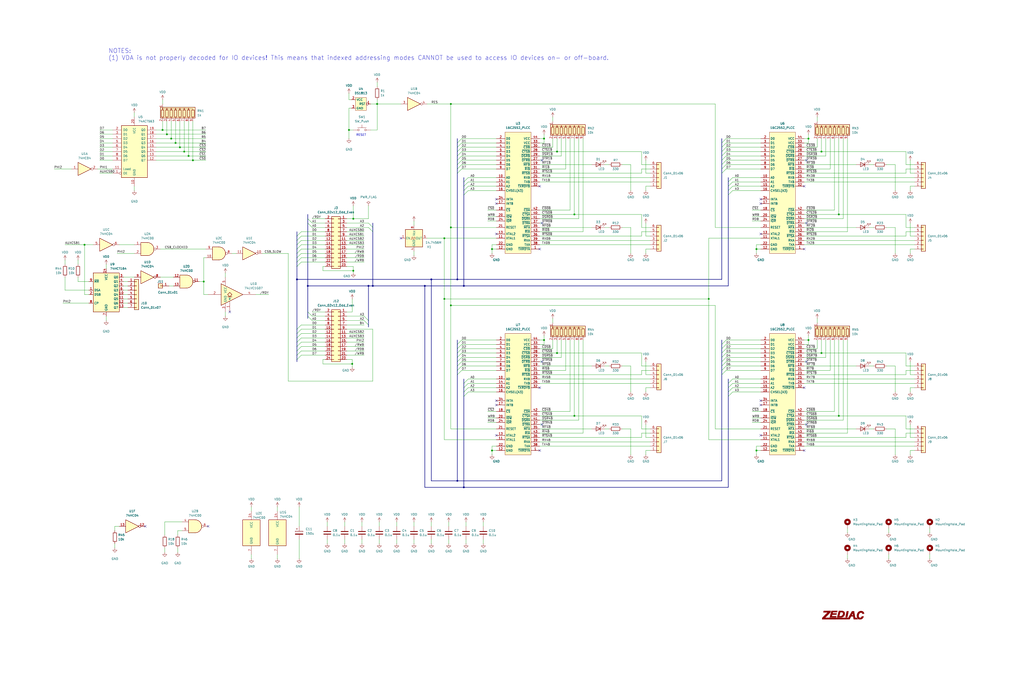
<source format=kicad_sch>
(kicad_sch (version 20231120) (generator "eeschema") (generator_version "8.0")
  (paper "User" 599.999 399.999)
  (title_block (title "ZEDIAC Expansion Card Template") (date "2024-03-10") (rev "1.1") (company "Electronics Tinkerer") (comment 1 "(C) Ray Clemens 2022-2024"))
  (junction (at 473.71 81.28))
  (junction (at 113.03 93.98))
  (junction (at 491.49 243.84))
  (junction (at 260.35 139.7))
  (junction (at 415.29 175.26))
  (junction (at 218.44 167.64))
  (junction (at 326.39 88.9))
  (junction (at 100.33 81.28))
  (junction (at 318.77 81.28))
  (junction (at 252.73 163.83))
  (junction (at 443.23 264.16))
  (junction (at 215.9 167.64))
  (junction (at 97.79 78.74))
  (junction (at 119.38 165.1))
  (junction (at 95.25 76.2))
  (junction (at 105.41 86.36))
  (junction (at 491.49 125.73))
  (junction (at 473.71 199.39))
  (junction (at 271.78 167.64))
  (junction (at 180.34 167.64))
  (junction (at 102.87 83.82))
  (junction (at 481.33 207.01))
  (junction (at 220.98 60.96))
  (junction (at 110.49 91.44))
  (junction (at 336.55 125.73))
  (junction (at 288.29 264.16))
  (junction (at 206.375 213.36))
  (junction (at 267.97 281.94))
  (junction (at 204.47 76.2))
  (junction (at 260.35 175.26))
  (junction (at 264.16 60.96))
  (junction (at 207.01 158.75))
  (junction (at 326.39 207.01))
  (junction (at 49.53 143.51))
  (junction (at 264.16 133.35))
  (junction (at 264.16 179.07))
  (junction (at 443.23 146.05))
  (junction (at 288.29 146.05))
  (junction (at 207.01 128.27))
  (junction (at 318.77 199.39))
  (junction (at 107.95 88.9))
  (junction (at 267.97 163.83))
  (junction (at 481.33 88.9))
  (junction (at 336.55 243.84))
  (junction (at 173.99 163.83))
  (junction (at 271.78 285.75))
  (junction (at 248.92 167.64))
  (no_connect (at 316.23 146.05))
  (no_connect (at 121.92 308.61))
  (no_connect (at 445.77 234.95))
  (no_connect (at 290.83 119.38))
  (no_connect (at 472.44 248.92))
  (no_connect (at 445.77 255.27))
  (no_connect (at 290.83 237.49))
  (no_connect (at 317.5 212.09))
  (no_connect (at 290.83 116.84))
  (no_connect (at 445.77 119.38))
  (no_connect (at 290.83 255.27))
  (no_connect (at 445.77 137.16))
  (no_connect (at 316.23 227.33))
  (no_connect (at 472.44 212.09))
  (no_connect (at 316.23 109.22))
  (no_connect (at 316.23 264.16))
  (no_connect (at 85.09 308.61))
  (no_connect (at 134.62 182.88))
  (no_connect (at 472.44 93.98))
  (no_connect (at 317.5 248.92))
  (no_connect (at 471.17 146.05))
  (no_connect (at 471.17 227.33))
  (no_connect (at 290.83 234.95))
  (no_connect (at 471.17 109.22))
  (no_connect (at 471.17 264.16))
  (no_connect (at 445.77 116.84))
  (no_connect (at 234.95 139.7))
  (no_connect (at 445.77 237.49))
  (no_connect (at 317.5 93.98))
  (no_connect (at 290.83 137.16))
  (no_connect (at 472.44 130.81))
  (no_connect (at 317.5 130.81))
  (bus_entry (at 422.91 86.36) (size 2.54 -2.54))
  (bus_entry (at 173.99 195.58) (size 2.54 -2.54))
  (bus_entry (at 267.97 96.52) (size 2.54 -2.54))
  (bus_entry (at 271.78 106.68) (size 2.54 -2.54))
  (bus_entry (at 422.91 93.98) (size 2.54 -2.54))
  (bus_entry (at 267.97 101.6) (size 2.54 -2.54))
  (bus_entry (at 422.91 209.55) (size 2.54 -2.54))
  (bus_entry (at 422.91 207.01) (size 2.54 -2.54))
  (bus_entry (at 422.91 101.6) (size 2.54 -2.54))
  (bus_entry (at 267.97 88.9) (size 2.54 -2.54))
  (bus_entry (at 173.99 210.82) (size 2.54 -2.54))
  (bus_entry (at 422.91 88.9) (size 2.54 -2.54))
  (bus_entry (at 426.72 106.68) (size 2.54 -2.54))
  (bus_entry (at 182.88 133.35) (size -2.54 -2.54))
  (bus_entry (at 173.99 143.51) (size 2.54 -2.54))
  (bus_entry (at 173.99 146.05) (size 2.54 -2.54))
  (bus_entry (at 213.36 185.42) (size 2.54 2.54))
  (bus_entry (at 182.88 185.42) (size -2.54 -2.54))
  (bus_entry (at 267.97 201.93) (size 2.54 -2.54))
  (bus_entry (at 267.97 214.63) (size 2.54 -2.54))
  (bus_entry (at 173.99 151.13) (size 2.54 -2.54))
  (bus_entry (at 267.97 219.71) (size 2.54 -2.54))
  (bus_entry (at 173.99 203.2) (size 2.54 -2.54))
  (bus_entry (at 422.91 91.44) (size 2.54 -2.54))
  (bus_entry (at 426.72 224.79) (size 2.54 -2.54))
  (bus_entry (at 173.99 156.21) (size 2.54 -2.54))
  (bus_entry (at 267.97 207.01) (size 2.54 -2.54))
  (bus_entry (at 271.78 229.87) (size 2.54 -2.54))
  (bus_entry (at 267.97 217.17) (size 2.54 -2.54))
  (bus_entry (at 271.78 224.79) (size 2.54 -2.54))
  (bus_entry (at 422.91 214.63) (size 2.54 -2.54))
  (bus_entry (at 213.36 187.96) (size 2.54 2.54))
  (bus_entry (at 426.72 232.41) (size 2.54 -2.54))
  (bus_entry (at 173.99 205.74) (size 2.54 -2.54))
  (bus_entry (at 426.72 227.33) (size 2.54 -2.54))
  (bus_entry (at 173.99 153.67) (size 2.54 -2.54))
  (bus_entry (at 173.99 198.12) (size 2.54 -2.54))
  (bus_entry (at 215.9 133.35) (size 2.54 2.54))
  (bus_entry (at 271.78 111.76) (size 2.54 -2.54))
  (bus_entry (at 422.91 83.82) (size 2.54 -2.54))
  (bus_entry (at 422.91 204.47) (size 2.54 -2.54))
  (bus_entry (at 267.97 99.06) (size 2.54 -2.54))
  (bus_entry (at 215.9 130.81) (size 2.54 2.54))
  (bus_entry (at 422.91 201.93) (size 2.54 -2.54))
  (bus_entry (at 271.78 109.22) (size 2.54 -2.54))
  (bus_entry (at 173.99 193.04) (size 2.54 -2.54))
  (bus_entry (at 267.97 91.44) (size 2.54 -2.54))
  (bus_entry (at 173.99 208.28) (size 2.54 -2.54))
  (bus_entry (at 426.72 111.76) (size 2.54 -2.54))
  (bus_entry (at 422.91 219.71) (size 2.54 -2.54))
  (bus_entry (at 267.97 93.98) (size 2.54 -2.54))
  (bus_entry (at 267.97 212.09) (size 2.54 -2.54))
  (bus_entry (at 426.72 114.3) (size 2.54 -2.54))
  (bus_entry (at 422.91 212.09) (size 2.54 -2.54))
  (bus_entry (at 271.78 114.3) (size 2.54 -2.54))
  (bus_entry (at 182.88 130.81) (size -2.54 -2.54))
  (bus_entry (at 422.91 99.06) (size 2.54 -2.54))
  (bus_entry (at 426.72 109.22) (size 2.54 -2.54))
  (bus_entry (at 267.97 83.82) (size 2.54 -2.54))
  (bus_entry (at 173.99 138.43) (size 2.54 -2.54))
  (bus_entry (at 267.97 204.47) (size 2.54 -2.54))
  (bus_entry (at 271.78 227.33) (size 2.54 -2.54))
  (bus_entry (at 173.99 148.59) (size 2.54 -2.54))
  (bus_entry (at 426.72 229.87) (size 2.54 -2.54))
  (bus_entry (at 267.97 209.55) (size 2.54 -2.54))
  (bus_entry (at 271.78 232.41) (size 2.54 -2.54))
  (bus_entry (at 422.91 96.52) (size 2.54 -2.54))
  (bus_entry (at 173.99 140.97) (size 2.54 -2.54))
  (bus_entry (at 422.91 217.17) (size 2.54 -2.54))
  (bus_entry (at 182.88 187.96) (size -2.54 -2.54))
  (bus_entry (at 267.97 86.36) (size 2.54 -2.54))
  (bus_entry (at 173.99 200.66) (size 2.54 -2.54))
  (wire (pts (xy 212.09 316.23) (xy 212.09 318.77)))
  (bus (pts (xy 426.72 229.87) (xy 426.72 232.41)))
  (wire (pts (xy 336.55 125.73) (xy 375.92 125.73)))
  (bus (pts (xy 173.99 163.83) (xy 173.99 193.04)))
  (wire (pts (xy 425.45 217.17) (xy 445.77 217.17)))
  (wire (pts (xy 100.33 71.12) (xy 100.33 81.28)))
  (bus (pts (xy 215.9 167.64) (xy 215.9 187.96)))
  (wire (pts (xy 530.86 217.17) (xy 530.86 219.71)))
  (wire (pts (xy 354.33 214.63) (xy 356.87 214.63)))
  (wire (pts (xy 97.79 71.12) (xy 97.79 78.74)))
  (wire (pts (xy 334.01 81.28) (xy 334.01 123.19)))
  (bus (pts (xy 173.99 205.74) (xy 173.99 208.28)))
  (wire (pts (xy 274.32 224.79) (xy 290.83 224.79)))
  (bus (pts (xy 248.92 167.64) (xy 271.78 167.64)))
  (wire (pts (xy 58.42 101.6) (xy 66.04 101.6)))
  (wire (pts (xy 206.375 182.88) (xy 203.2 182.88)))
  (wire (pts (xy 316.23 104.14) (xy 381 104.14)))
  (wire (pts (xy 38.1 152.4) (xy 38.1 154.94)))
  (wire (pts (xy 97.79 78.74) (xy 120.65 78.74)))
  (bus (pts (xy 271.78 104.14) (xy 271.78 106.68)))
  (bus (pts (xy 180.34 128.27) (xy 180.34 130.81)))
  (wire (pts (xy 425.45 83.82) (xy 445.77 83.82)))
  (wire (pts (xy 331.47 81.28) (xy 331.47 99.06)))
  (wire (pts (xy 471.17 243.84) (xy 491.49 243.84)))
  (wire (pts (xy 204.47 63.5) (xy 204.47 76.2)))
  (wire (pts (xy 91.44 78.74) (xy 97.79 78.74)))
  (wire (pts (xy 473.71 199.39) (xy 471.17 199.39)))
  (wire (pts (xy 535.94 133.35) (xy 530.86 133.35)))
  (wire (pts (xy 270.51 209.55) (xy 290.83 209.55)))
  (wire (pts (xy 316.23 125.73) (xy 336.55 125.73)))
  (wire (pts (xy 471.17 130.81) (xy 472.44 130.81)))
  (wire (pts (xy 72.39 167.64) (xy 74.93 167.64)))
  (wire (pts (xy 483.87 81.28) (xy 483.87 91.44)))
  (wire (pts (xy 206.375 175.26) (xy 206.375 182.88)))
  (wire (pts (xy 378.46 227.33) (xy 381 227.33)))
  (wire (pts (xy 425.45 201.93) (xy 445.77 201.93)))
  (bus (pts (xy 422.91 209.55) (xy 422.91 212.09)))
  (wire (pts (xy 378.46 93.98) (xy 378.46 101.6)))
  (wire (pts (xy 242.57 129.54) (xy 242.57 132.08)))
  (bus (pts (xy 173.99 138.43) (xy 173.99 140.97)))
  (wire (pts (xy 316.23 217.17) (xy 331.47 217.17)))
  (wire (pts (xy 378.46 109.22) (xy 381 109.22)))
  (wire (pts (xy 533.4 264.16) (xy 535.94 264.16)))
  (wire (pts (xy 429.26 222.25) (xy 445.77 222.25)))
  (wire (pts (xy 471.17 201.93) (xy 473.71 201.93)))
  (wire (pts (xy 471.17 256.54) (xy 530.86 256.54)))
  (wire (pts (xy 471.17 204.47) (xy 478.79 204.47)))
  (wire (pts (xy 270.51 93.98) (xy 290.83 93.98)))
  (wire (pts (xy 519.43 96.52) (xy 524.51 96.52)))
  (wire (pts (xy 95.25 58.42) (xy 95.25 60.96)))
  (wire (pts (xy 162.56 297.18) (xy 162.56 299.72)))
  (wire (pts (xy 288.29 148.59) (xy 288.29 146.05)))
  (wire (pts (xy 326.39 199.39) (xy 326.39 207.01)))
  (wire (pts (xy 530.86 254) (xy 530.86 256.54)))
  (wire (pts (xy 471.17 140.97) (xy 535.94 140.97)))
  (bus (pts (xy 426.72 104.14) (xy 426.72 106.68)))
  (wire (pts (xy 203.2 143.51) (xy 213.36 143.51)))
  (wire (pts (xy 203.2 205.74) (xy 213.36 205.74)))
  (wire (pts (xy 375.92 214.63) (xy 375.92 207.01)))
  (wire (pts (xy 270.51 212.09) (xy 290.83 212.09)))
  (wire (pts (xy 49.53 143.51) (xy 54.61 143.51)))
  (wire (pts (xy 364.49 133.35) (xy 369.57 133.35)))
  (bus (pts (xy 173.99 146.05) (xy 173.99 148.59)))
  (wire (pts (xy 260.35 257.81) (xy 290.83 257.81)))
  (bus (pts (xy 426.72 106.68) (xy 426.72 109.22)))
  (wire (pts (xy 429.26 106.68) (xy 445.77 106.68)))
  (wire (pts (xy 189.23 210.82) (xy 189.23 213.36)))
  (wire (pts (xy 270.51 86.36) (xy 290.83 86.36)))
  (bus (pts (xy 267.97 219.71) (xy 267.97 281.94)))
  (wire (pts (xy 288.29 143.51) (xy 288.29 146.05)))
  (bus (pts (xy 422.91 96.52) (xy 422.91 99.06)))
  (wire (pts (xy 336.55 199.39) (xy 336.55 243.84)))
  (wire (pts (xy 471.17 133.35) (xy 501.65 133.35)))
  (bus (pts (xy 173.99 200.66) (xy 173.99 203.2)))
  (wire (pts (xy 381 133.35) (xy 375.92 133.35)))
  (bus (pts (xy 267.97 163.83) (xy 422.91 163.83)))
  (wire (pts (xy 270.51 99.06) (xy 290.83 99.06)))
  (wire (pts (xy 509.27 251.46) (xy 511.81 251.46)))
  (wire (pts (xy 220.98 60.96) (xy 234.95 60.96)))
  (wire (pts (xy 176.53 135.89) (xy 190.5 135.89)))
  (wire (pts (xy 206.375 213.36) (xy 206.375 215.265)))
  (wire (pts (xy 58.42 78.74) (xy 66.04 78.74)))
  (wire (pts (xy 264.16 60.96) (xy 419.1 60.96)))
  (wire (pts (xy 270.51 96.52) (xy 290.83 96.52)))
  (wire (pts (xy 316.23 91.44) (xy 328.93 91.44)))
  (wire (pts (xy 204.47 76.2) (xy 204.47 81.28)))
  (bus (pts (xy 426.72 114.3) (xy 426.72 167.64)))
  (wire (pts (xy 62.23 185.42) (xy 62.23 187.96)))
  (wire (pts (xy 473.71 201.93) (xy 473.71 199.39)))
  (wire (pts (xy 425.45 91.44) (xy 445.77 91.44)))
  (wire (pts (xy 471.17 96.52) (xy 501.65 96.52)))
  (wire (pts (xy 119.38 165.1) (xy 119.38 151.13)))
  (wire (pts (xy 316.23 93.98) (xy 317.5 93.98)))
  (wire (pts (xy 316.23 222.25) (xy 381 222.25)))
  (wire (pts (xy 316.23 214.63) (xy 346.71 214.63)))
  (wire (pts (xy 378.46 266.7) (xy 378.46 264.16)))
  (wire (pts (xy 242.57 147.32) (xy 242.57 149.86)))
  (bus (pts (xy 267.97 199.39) (xy 267.97 201.93)))
  (wire (pts (xy 318.77 196.85) (xy 318.77 199.39)))
  (wire (pts (xy 168.91 223.52) (xy 218.44 223.52)))
  (wire (pts (xy 316.23 128.27) (xy 339.09 128.27)))
  (wire (pts (xy 91.44 76.2) (xy 95.25 76.2)))
  (wire (pts (xy 203.2 148.59) (xy 213.36 148.59)))
  (wire (pts (xy 176.53 198.12) (xy 190.5 198.12)))
  (bus (pts (xy 218.44 130.81) (xy 218.44 133.35)))
  (wire (pts (xy 316.23 201.93) (xy 318.77 201.93)))
  (wire (pts (xy 288.29 264.16) (xy 290.83 264.16)))
  (wire (pts (xy 375.92 254) (xy 375.92 256.54)))
  (wire (pts (xy 203.2 185.42) (xy 213.36 185.42)))
  (wire (pts (xy 218.44 223.52) (xy 218.44 193.04)))
  (wire (pts (xy 274.32 229.87) (xy 290.83 229.87)))
  (wire (pts (xy 535.94 135.89) (xy 530.86 135.89)))
  (wire (pts (xy 445.77 143.51) (xy 443.23 143.51)))
  (wire (pts (xy 69.85 308.61) (xy 67.31 308.61)))
  (wire (pts (xy 72.39 177.8) (xy 74.93 177.8)))
  (wire (pts (xy 58.42 81.28) (xy 66.04 81.28)))
  (wire (pts (xy 290.83 245.11) (xy 285.75 245.11)))
  (bus (pts (xy 173.99 203.2) (xy 173.99 205.74)))
  (bus (pts (xy 267.97 281.94) (xy 252.73 281.94)))
  (wire (pts (xy 91.44 88.9) (xy 107.95 88.9)))
  (wire (pts (xy 162.56 325.12) (xy 162.56 327.66)))
  (wire (pts (xy 78.74 109.22) (xy 78.74 111.76)))
  (wire (pts (xy 425.45 86.36) (xy 445.77 86.36)))
  (wire (pts (xy 323.85 186.69) (xy 323.85 189.23)))
  (bus (pts (xy 215.9 167.64) (xy 180.34 167.64)))
  (wire (pts (xy 491.49 243.84) (xy 530.86 243.84)))
  (wire (pts (xy 38.1 162.56) (xy 38.1 170.18)))
  (wire (pts (xy 104.14 321.31) (xy 104.14 323.85)))
  (wire (pts (xy 471.17 93.98) (xy 472.44 93.98)))
  (wire (pts (xy 533.4 212.09) (xy 533.4 219.71)))
  (wire (pts (xy 316.23 138.43) (xy 375.92 138.43)))
  (wire (pts (xy 52.07 172.72) (xy 49.53 172.72)))
  (wire (pts (xy 533.4 138.43) (xy 535.94 138.43)))
  (wire (pts (xy 533.4 146.05) (xy 535.94 146.05)))
  (wire (pts (xy 486.41 81.28) (xy 486.41 99.06)))
  (wire (pts (xy 369.57 96.52) (xy 369.57 111.76)))
  (wire (pts (xy 38.1 170.18) (xy 52.07 170.18)))
  (wire (pts (xy 274.32 111.76) (xy 290.83 111.76)))
  (wire (pts (xy 471.17 259.08) (xy 535.94 259.08)))
  (wire (pts (xy 222.25 316.23) (xy 222.25 318.77)))
  (wire (pts (xy 58.42 88.9) (xy 66.04 88.9)))
  (bus (pts (xy 422.91 217.17) (xy 422.91 219.71)))
  (wire (pts (xy 274.32 104.14) (xy 290.83 104.14)))
  (wire (pts (xy 191.77 316.23) (xy 191.77 318.77)))
  (wire (pts (xy 203.2 195.58) (xy 213.36 195.58)))
  (bus (pts (xy 180.34 125.73) (xy 180.34 128.27)))
  (wire (pts (xy 176.53 140.97) (xy 190.5 140.97)))
  (wire (pts (xy 440.69 129.54) (xy 445.77 129.54)))
  (wire (pts (xy 354.33 133.35) (xy 356.87 133.35)))
  (wire (pts (xy 203.2 140.97) (xy 213.36 140.97)))
  (wire (pts (xy 96.52 306.07) (xy 96.52 313.69)))
  (wire (pts (xy 72.39 162.56) (xy 78.74 162.56)))
  (wire (pts (xy 220.98 48.26) (xy 220.98 50.8)))
  (wire (pts (xy 285.75 241.3) (xy 290.83 241.3)))
  (wire (pts (xy 509.27 214.63) (xy 511.81 214.63)))
  (wire (pts (xy 520.7 325.12) (xy 520.7 327.66)))
  (wire (pts (xy 378.46 148.59) (xy 378.46 146.05)))
  (wire (pts (xy 339.09 199.39) (xy 339.09 246.38)))
  (wire (pts (xy 190.5 130.81) (xy 182.88 130.81)))
  (wire (pts (xy 486.41 199.39) (xy 486.41 217.17)))
  (wire (pts (xy 215.9 120.65) (xy 215.9 128.27)))
  (wire (pts (xy 478.79 199.39) (xy 478.79 204.47)))
  (wire (pts (xy 378.46 212.09) (xy 378.46 219.71)))
  (wire (pts (xy 524.51 251.46) (xy 524.51 266.7)))
  (wire (pts (xy 288.29 146.05) (xy 290.83 146.05)))
  (wire (pts (xy 473.71 196.85) (xy 473.71 199.39)))
  (wire (pts (xy 232.41 316.23) (xy 232.41 318.77)))
  (wire (pts (xy 369.57 214.63) (xy 369.57 229.87)))
  (wire (pts (xy 425.45 93.98) (xy 445.77 93.98)))
  (wire (pts (xy 316.23 88.9) (xy 326.39 88.9)))
  (bus (pts (xy 426.72 232.41) (xy 426.72 285.75)))
  (wire (pts (xy 260.35 139.7) (xy 260.35 175.26)))
  (wire (pts (xy 274.32 106.68) (xy 290.83 106.68)))
  (wire (pts (xy 132.08 182.88) (xy 132.08 185.42)))
  (bus (pts (xy 271.78 222.25) (xy 271.78 224.79)))
  (bus (pts (xy 422.91 83.82) (xy 422.91 86.36)))
  (wire (pts (xy 316.23 251.46) (xy 346.71 251.46)))
  (wire (pts (xy 491.49 81.28) (xy 491.49 125.73)))
  (wire (pts (xy 378.46 264.16) (xy 381 264.16)))
  (wire (pts (xy 425.45 199.39) (xy 445.77 199.39)))
  (wire (pts (xy 481.33 88.9) (xy 530.86 88.9)))
  (wire (pts (xy 331.47 199.39) (xy 331.47 217.17)))
  (wire (pts (xy 488.95 81.28) (xy 488.95 123.19)))
  (wire (pts (xy 107.95 88.9) (xy 120.65 88.9)))
  (bus (pts (xy 271.78 232.41) (xy 271.78 285.75)))
  (wire (pts (xy 336.55 81.28) (xy 336.55 125.73)))
  (bus (pts (xy 422.91 101.6) (xy 422.91 163.83)))
  (wire (pts (xy 471.17 106.68) (xy 535.94 106.68)))
  (bus (pts (xy 422.91 99.06) (xy 422.91 101.6)))
  (wire (pts (xy 190.5 128.27) (xy 182.88 128.27)))
  (wire (pts (xy 326.39 81.28) (xy 326.39 88.9)))
  (wire (pts (xy 381 214.63) (xy 375.92 214.63)))
  (wire (pts (xy 443.23 148.59) (xy 443.23 146.05)))
  (wire (pts (xy 478.79 68.58) (xy 478.79 71.12)))
  (wire (pts (xy 520.7 309.88) (xy 520.7 312.42)))
  (bus (pts (xy 267.97 88.9) (xy 267.97 91.44)))
  (wire (pts (xy 220.98 76.2) (xy 217.17 76.2)))
  (wire (pts (xy 336.55 243.84) (xy 375.92 243.84)))
  (wire (pts (xy 323.85 81.28) (xy 323.85 86.36)))
  (wire (pts (xy 316.23 123.19) (xy 334.01 123.19)))
  (wire (pts (xy 67.31 318.77) (xy 67.31 321.31)))
  (wire (pts (xy 62.23 154.94) (xy 62.23 157.48)))
  (wire (pts (xy 415.29 139.7) (xy 415.29 175.26)))
  (bus (pts (xy 173.99 208.28) (xy 173.99 210.82)))
  (wire (pts (xy 93.98 162.56) (xy 101.6 162.56)))
  (wire (pts (xy 535.94 251.46) (xy 530.86 251.46)))
  (wire (pts (xy 425.45 88.9) (xy 445.77 88.9)))
  (wire (pts (xy 471.17 138.43) (xy 530.86 138.43)))
  (wire (pts (xy 316.23 204.47) (xy 323.85 204.47)))
  (wire (pts (xy 316.23 261.62) (xy 381 261.62)))
  (wire (pts (xy 425.45 214.63) (xy 445.77 214.63)))
  (wire (pts (xy 204.47 54.61) (xy 204.47 58.42)))
  (wire (pts (xy 273.05 316.23) (xy 273.05 318.77)))
  (wire (pts (xy 364.49 251.46) (xy 369.57 251.46)))
  (bus (pts (xy 271.78 106.68) (xy 271.78 109.22)))
  (wire (pts (xy 429.26 104.14) (xy 445.77 104.14)))
  (wire (pts (xy 533.4 111.76) (xy 533.4 109.22)))
  (wire (pts (xy 481.33 199.39) (xy 481.33 207.01)))
  (wire (pts (xy 72.39 165.1) (xy 74.93 165.1)))
  (wire (pts (xy 471.17 88.9) (xy 481.33 88.9)))
  (wire (pts (xy 471.17 83.82) (xy 473.71 83.82)))
  (wire (pts (xy 102.87 83.82) (xy 120.65 83.82)))
  (wire (pts (xy 471.17 241.3) (xy 488.95 241.3)))
  (bus (pts (xy 426.72 224.79) (xy 426.72 227.33)))
  (wire (pts (xy 429.26 224.79) (xy 445.77 224.79)))
  (wire (pts (xy 190.5 187.96) (xy 182.88 187.96)))
  (wire (pts (xy 481.33 81.28) (xy 481.33 88.9)))
  (wire (pts (xy 530.86 214.63) (xy 530.86 207.01)))
  (bus (pts (xy 271.78 285.75) (xy 426.72 285.75)))
  (wire (pts (xy 38.1 143.51) (xy 49.53 143.51)))
  (bus (pts (xy 422.91 88.9) (xy 422.91 91.44)))
  (wire (pts (xy 318.77 199.39) (xy 316.23 199.39)))
  (wire (pts (xy 57.15 99.06) (xy 66.04 99.06)))
  (wire (pts (xy 473.71 78.74) (xy 473.71 81.28)))
  (wire (pts (xy 104.14 311.15) (xy 104.14 313.69)))
  (bus (pts (xy 252.73 163.83) (xy 173.99 163.83)))
  (wire (pts (xy 316.23 219.71) (xy 375.92 219.71)))
  (wire (pts (xy 113.03 71.12) (xy 113.03 93.98)))
  (wire (pts (xy 419.1 179.07) (xy 419.1 251.46)))
  (wire (pts (xy 316.23 246.38) (xy 339.09 246.38)))
  (wire (pts (xy 283.21 306.07) (xy 283.21 308.61)))
  (wire (pts (xy 316.23 256.54) (xy 375.92 256.54)))
  (wire (pts (xy 425.45 99.06) (xy 445.77 99.06)))
  (wire (pts (xy 176.53 193.04) (xy 190.5 193.04)))
  (wire (pts (xy 191.77 306.07) (xy 191.77 308.61)))
  (bus (pts (xy 422.91 204.47) (xy 422.91 207.01)))
  (wire (pts (xy 203.2 210.82) (xy 206.375 210.82)))
  (wire (pts (xy 102.87 71.12) (xy 102.87 83.82)))
  (bus (pts (xy 422.91 201.93) (xy 422.91 204.47)))
  (wire (pts (xy 471.17 261.62) (xy 535.94 261.62)))
  (wire (pts (xy 375.92 217.17) (xy 375.92 219.71)))
  (bus (pts (xy 248.92 285.75) (xy 248.92 167.64)))
  (wire (pts (xy 206.375 210.82) (xy 206.375 213.36)))
  (wire (pts (xy 443.23 264.16) (xy 445.77 264.16)))
  (wire (pts (xy 316.23 133.35) (xy 346.71 133.35)))
  (wire (pts (xy 264.16 251.46) (xy 290.83 251.46)))
  (wire (pts (xy 262.89 316.23) (xy 262.89 318.77)))
  (wire (pts (xy 491.49 199.39) (xy 491.49 243.84)))
  (wire (pts (xy 415.29 175.26) (xy 415.29 257.81)))
  (wire (pts (xy 260.35 175.26) (xy 415.29 175.26)))
  (wire (pts (xy 288.29 266.7) (xy 288.29 264.16)))
  (wire (pts (xy 176.53 190.5) (xy 190.5 190.5)))
  (wire (pts (xy 91.44 91.44) (xy 110.49 91.44)))
  (wire (pts (xy 519.43 214.63) (xy 524.51 214.63)))
  (wire (pts (xy 45.72 165.1) (xy 52.07 165.1)))
  (wire (pts (xy 190.5 210.82) (xy 189.23 210.82)))
  (wire (pts (xy 283.21 316.23) (xy 283.21 318.77)))
  (bus (pts (xy 173.99 148.59) (xy 173.99 151.13)))
  (wire (pts (xy 471.17 246.38) (xy 494.03 246.38)))
  (wire (pts (xy 530.86 135.89) (xy 530.86 138.43)))
  (bus (pts (xy 267.97 101.6) (xy 267.97 163.83)))
  (wire (pts (xy 270.51 207.01) (xy 290.83 207.01)))
  (wire (pts (xy 535.94 96.52) (xy 530.86 96.52)))
  (wire (pts (xy 252.73 306.07) (xy 252.73 308.61)))
  (wire (pts (xy 381 217.17) (xy 375.92 217.17)))
  (wire (pts (xy 203.2 208.28) (xy 213.36 208.28)))
  (bus (pts (xy 252.73 281.94) (xy 252.73 163.83)))
  (bus (pts (xy 271.78 285.75) (xy 248.92 285.75)))
  (wire (pts (xy 270.51 81.28) (xy 290.83 81.28)))
  (wire (pts (xy 328.93 199.39) (xy 328.93 209.55)))
  (wire (pts (xy 107.95 71.12) (xy 107.95 88.9)))
  (wire (pts (xy 316.23 99.06) (xy 331.47 99.06)))
  (wire (pts (xy 93.98 146.05) (xy 120.65 146.05)))
  (wire (pts (xy 443.23 266.7) (xy 443.23 264.16)))
  (wire (pts (xy 440.69 123.19) (xy 445.77 123.19)))
  (wire (pts (xy 91.44 81.28) (xy 100.33 81.28)))
  (wire (pts (xy 354.33 251.46) (xy 356.87 251.46)))
  (bus (pts (xy 173.99 140.97) (xy 173.99 143.51)))
  (wire (pts (xy 270.51 201.93) (xy 290.83 201.93)))
  (wire (pts (xy 264.16 133.35) (xy 290.83 133.35)))
  (wire (pts (xy 149.86 172.72) (xy 157.48 172.72)))
  (bus (pts (xy 215.9 167.64) (xy 218.44 167.64)))
  (bus (pts (xy 422.91 219.71) (xy 422.91 281.94)))
  (wire (pts (xy 232.41 306.07) (xy 232.41 308.61)))
  (bus (pts (xy 267.97 209.55) (xy 267.97 212.09)))
  (wire (pts (xy 207.01 76.2) (xy 204.47 76.2)))
  (bus (pts (xy 267.97 214.63) (xy 267.97 217.17)))
  (wire (pts (xy 58.42 86.36) (xy 66.04 86.36)))
  (wire (pts (xy 323.85 199.39) (xy 323.85 204.47)))
  (wire (pts (xy 72.39 170.18) (xy 74.93 170.18)))
  (wire (pts (xy 535.94 254) (xy 530.86 254)))
  (wire (pts (xy 264.16 179.07) (xy 419.1 179.07)))
  (wire (pts (xy 471.17 86.36) (xy 478.79 86.36)))
  (wire (pts (xy 215.9 128.27) (xy 207.01 128.27)))
  (wire (pts (xy 105.41 86.36) (xy 120.65 86.36)))
  (wire (pts (xy 496.57 81.28) (xy 496.57 135.89)))
  (wire (pts (xy 316.23 135.89) (xy 341.63 135.89)))
  (wire (pts (xy 189.23 213.36) (xy 206.375 213.36)))
  (bus (pts (xy 422.91 212.09) (xy 422.91 214.63)))
  (wire (pts (xy 58.42 91.44) (xy 66.04 91.44)))
  (bus (pts (xy 267.97 201.93) (xy 267.97 204.47)))
  (wire (pts (xy 316.23 248.92) (xy 317.5 248.92)))
  (wire (pts (xy 168.91 148.59) (xy 168.91 223.52)))
  (wire (pts (xy 242.57 316.23) (xy 242.57 318.77)))
  (wire (pts (xy 471.17 248.92) (xy 472.44 248.92)))
  (wire (pts (xy 203.2 133.35) (xy 215.9 133.35)))
  (wire (pts (xy 203.2 146.05) (xy 213.36 146.05)))
  (wire (pts (xy 530.86 96.52) (xy 530.86 88.9)))
  (wire (pts (xy 121.92 172.72) (xy 119.38 172.72)))
  (wire (pts (xy 203.2 193.04) (xy 218.44 193.04)))
  (wire (pts (xy 375.92 133.35) (xy 375.92 125.73)))
  (wire (pts (xy 533.4 148.59) (xy 533.4 146.05)))
  (wire (pts (xy 496.57 309.88) (xy 496.57 312.42)))
  (wire (pts (xy 316.23 207.01) (xy 326.39 207.01)))
  (bus (pts (xy 173.99 153.67) (xy 173.99 156.21)))
  (wire (pts (xy 270.51 83.82) (xy 290.83 83.82)))
  (wire (pts (xy 478.79 81.28) (xy 478.79 86.36)))
  (wire (pts (xy 478.79 186.69) (xy 478.79 189.23)))
  (bus (pts (xy 215.9 190.5) (xy 215.9 191.77)))
  (wire (pts (xy 471.17 125.73) (xy 491.49 125.73)))
  (wire (pts (xy 443.23 146.05) (xy 445.77 146.05)))
  (bus (pts (xy 173.99 210.82) (xy 173.99 212.09)))
  (wire (pts (xy 316.23 143.51) (xy 381 143.51)))
  (wire (pts (xy 189.23 158.75) (xy 207.01 158.75)))
  (wire (pts (xy 110.49 71.12) (xy 110.49 91.44)))
  (bus (pts (xy 267.97 207.01) (xy 267.97 209.55)))
  (bus (pts (xy 267.97 91.44) (xy 267.97 93.98)))
  (bus (pts (xy 267.97 93.98) (xy 267.97 96.52)))
  (wire (pts (xy 68.58 148.59) (xy 78.74 148.59)))
  (wire (pts (xy 69.85 143.51) (xy 78.74 143.51)))
  (wire (pts (xy 519.43 251.46) (xy 524.51 251.46)))
  (wire (pts (xy 203.2 151.13) (xy 213.36 151.13)))
  (wire (pts (xy 316.23 96.52) (xy 346.71 96.52)))
  (wire (pts (xy 339.09 81.28) (xy 339.09 128.27)))
  (wire (pts (xy 190.5 182.88) (xy 182.88 182.88)))
  (wire (pts (xy 425.45 209.55) (xy 445.77 209.55)))
  (wire (pts (xy 203.2 200.66) (xy 213.36 200.66)))
  (wire (pts (xy 316.23 106.68) (xy 381 106.68)))
  (wire (pts (xy 132.08 160.02) (xy 132.08 162.56)))
  (wire (pts (xy 471.17 217.17) (xy 486.41 217.17)))
  (wire (pts (xy 471.17 101.6) (xy 530.86 101.6)))
  (wire (pts (xy 113.03 93.98) (xy 120.65 93.98)))
  (wire (pts (xy 201.93 316.23) (xy 201.93 318.77)))
  (wire (pts (xy 334.01 199.39) (xy 334.01 241.3)))
  (wire (pts (xy 378.46 256.54) (xy 381 256.54)))
  (wire (pts (xy 260.35 175.26) (xy 260.35 257.81)))
  (wire (pts (xy 496.57 325.12) (xy 496.57 327.66)))
  (wire (pts (xy 217.17 60.96) (xy 220.98 60.96)))
  (bus (pts (xy 173.99 143.51) (xy 173.99 146.05)))
  (wire (pts (xy 176.53 205.74) (xy 190.5 205.74)))
  (wire (pts (xy 316.23 254) (xy 341.63 254)))
  (wire (pts (xy 318.77 81.28) (xy 316.23 81.28)))
  (bus (pts (xy 426.72 227.33) (xy 426.72 229.87)))
  (wire (pts (xy 176.53 143.51) (xy 190.5 143.51)))
  (wire (pts (xy 316.23 101.6) (xy 375.92 101.6)))
  (wire (pts (xy 471.17 224.79) (xy 535.94 224.79)))
  (wire (pts (xy 270.51 204.47) (xy 290.83 204.47)))
  (wire (pts (xy 316.23 209.55) (xy 328.93 209.55)))
  (wire (pts (xy 524.51 96.52) (xy 524.51 111.76)))
  (wire (pts (xy 530.86 99.06) (xy 530.86 101.6)))
  (wire (pts (xy 260.35 139.7) (xy 290.83 139.7)))
  (wire (pts (xy 212.09 306.07) (xy 212.09 308.61)))
  (bus (pts (xy 271.78 224.79) (xy 271.78 227.33)))
  (wire (pts (xy 318.77 78.74) (xy 318.77 81.28)))
  (bus (pts (xy 426.72 109.22) (xy 426.72 111.76)))
  (wire (pts (xy 535.94 217.17) (xy 530.86 217.17)))
  (wire (pts (xy 72.39 175.26) (xy 74.93 175.26)))
  (wire (pts (xy 78.74 66.04) (xy 78.74 68.58)))
  (wire (pts (xy 533.4 227.33) (xy 535.94 227.33)))
  (wire (pts (xy 369.57 251.46) (xy 369.57 266.7)))
  (wire (pts (xy 175.26 297.18) (xy 175.26 308.61)))
  (wire (pts (xy 207.01 158.75) (xy 207.01 160.02)))
  (wire (pts (xy 443.23 261.62) (xy 443.23 264.16)))
  (wire (pts (xy 328.93 81.28) (xy 328.93 91.44)))
  (wire (pts (xy 91.44 83.82) (xy 102.87 83.82)))
  (wire (pts (xy 381 96.52) (xy 375.92 96.52)))
  (bus (pts (xy 267.97 217.17) (xy 267.97 219.71)))
  (wire (pts (xy 274.32 109.22) (xy 290.83 109.22)))
  (wire (pts (xy 378.46 229.87) (xy 378.46 227.33)))
  (wire (pts (xy 316.23 140.97) (xy 381 140.97)))
  (wire (pts (xy 445.77 127) (xy 440.69 127)))
  (wire (pts (xy 533.4 248.92) (xy 533.4 256.54)))
  (bus (pts (xy 173.99 198.12) (xy 173.99 200.66)))
  (wire (pts (xy 203.2 187.96) (xy 213.36 187.96)))
  (wire (pts (xy 203.2 130.81) (xy 215.9 130.81)))
  (wire (pts (xy 471.17 207.01) (xy 481.33 207.01)))
  (wire (pts (xy 290.83 143.51) (xy 288.29 143.51)))
  (wire (pts (xy 509.27 133.35) (xy 511.81 133.35)))
  (wire (pts (xy 378.46 248.92) (xy 378.46 256.54)))
  (wire (pts (xy 105.41 71.12) (xy 105.41 86.36)))
  (wire (pts (xy 99.06 167.64) (xy 101.6 167.64)))
  (wire (pts (xy 440.69 241.3) (xy 445.77 241.3)))
  (wire (pts (xy 533.4 266.7) (xy 533.4 264.16)))
  (wire (pts (xy 288.29 261.62) (xy 288.29 264.16)))
  (wire (pts (xy 207.01 120.65) (xy 207.01 128.27)))
  (wire (pts (xy 45.72 152.4) (xy 45.72 154.94)))
  (wire (pts (xy 176.53 195.58) (xy 190.5 195.58)))
  (wire (pts (xy 419.1 60.96) (xy 419.1 133.35)))
  (wire (pts (xy 316.23 259.08) (xy 381 259.08)))
  (wire (pts (xy 415.29 139.7) (xy 445.77 139.7)))
  (wire (pts (xy 429.26 227.33) (xy 445.77 227.33)))
  (wire (pts (xy 273.05 306.07) (xy 273.05 308.61)))
  (wire (pts (xy 91.44 93.98) (xy 113.03 93.98)))
  (wire (pts (xy 471.17 135.89) (xy 496.57 135.89)))
  (wire (pts (xy 175.26 316.23) (xy 175.26 327.66)))
  (bus (pts (xy 180.34 182.88) (xy 180.34 185.42)))
  (wire (pts (xy 176.53 146.05) (xy 190.5 146.05)))
  (wire (pts (xy 58.42 83.82) (xy 66.04 83.82)))
  (wire (pts (xy 419.1 251.46) (xy 445.77 251.46)))
  (bus (pts (xy 267.97 96.52) (xy 267.97 99.06)))
  (wire (pts (xy 318.77 201.93) (xy 318.77 199.39)))
  (bus (pts (xy 252.73 163.83) (xy 267.97 163.83)))
  (wire (pts (xy 533.4 130.81) (xy 533.4 138.43)))
  (wire (pts (xy 190.5 156.21) (xy 189.23 156.21)))
  (wire (pts (xy 471.17 99.06) (xy 486.41 99.06)))
  (wire (pts (xy 533.4 101.6) (xy 535.94 101.6)))
  (wire (pts (xy 378.46 219.71) (xy 381 219.71)))
  (wire (pts (xy 375.92 99.06) (xy 375.92 101.6)))
  (wire (pts (xy 176.53 208.28) (xy 190.5 208.28)))
  (wire (pts (xy 530.86 133.35) (xy 530.86 125.73)))
  (wire (pts (xy 176.53 138.43) (xy 190.5 138.43)))
  (wire (pts (xy 72.39 172.72) (xy 74.93 172.72)))
  (wire (pts (xy 471.17 128.27) (xy 494.03 128.27)))
  (wire (pts (xy 316.23 241.3) (xy 334.01 241.3)))
  (wire (pts (xy 326.39 207.01) (xy 375.92 207.01)))
  (wire (pts (xy 190.5 185.42) (xy 182.88 185.42)))
  (wire (pts (xy 323.85 68.58) (xy 323.85 71.12)))
  (wire (pts (xy 440.69 247.65) (xy 445.77 247.65)))
  (wire (pts (xy 341.63 81.28) (xy 341.63 135.89)))
  (wire (pts (xy 242.57 306.07) (xy 242.57 308.61)))
  (bus (pts (xy 271.78 229.87) (xy 271.78 232.41)))
  (wire (pts (xy 425.45 96.52) (xy 445.77 96.52)))
  (wire (pts (xy 415.29 257.81) (xy 445.77 257.81)))
  (wire (pts (xy 378.46 138.43) (xy 381 138.43)))
  (bus (pts (xy 426.72 111.76) (xy 426.72 114.3)))
  (wire (pts (xy 381 251.46) (xy 375.92 251.46)))
  (wire (pts (xy 425.45 204.47) (xy 445.77 204.47)))
  (wire (pts (xy 530.86 251.46) (xy 530.86 243.84)))
  (wire (pts (xy 533.4 93.98) (xy 533.4 101.6)))
  (wire (pts (xy 471.17 91.44) (xy 483.87 91.44)))
  (wire (pts (xy 316.23 130.81) (xy 317.5 130.81)))
  (wire (pts (xy 176.53 203.2) (xy 190.5 203.2)))
  (bus (pts (xy 173.99 193.04) (xy 173.99 195.58)))
  (wire (pts (xy 483.87 199.39) (xy 483.87 209.55)))
  (bus (pts (xy 422.91 93.98) (xy 422.91 96.52)))
  (wire (pts (xy 100.33 81.28) (xy 120.65 81.28)))
  (wire (pts (xy 429.26 111.76) (xy 445.77 111.76)))
  (wire (pts (xy 533.4 229.87) (xy 533.4 227.33)))
  (wire (pts (xy 544.83 309.88) (xy 544.83 312.42)))
  (bus (pts (xy 422.91 86.36) (xy 422.91 88.9)))
  (wire (pts (xy 524.51 214.63) (xy 524.51 229.87)))
  (wire (pts (xy 203.2 135.89) (xy 213.36 135.89)))
  (wire (pts (xy 95.25 76.2) (xy 120.65 76.2)))
  (wire (pts (xy 369.57 133.35) (xy 369.57 148.59)))
  (wire (pts (xy 116.84 165.1) (xy 119.38 165.1)))
  (bus (pts (xy 180.34 130.81) (xy 180.34 167.64)))
  (wire (pts (xy 375.92 96.52) (xy 375.92 88.9)))
  (wire (pts (xy 204.47 58.42) (xy 205.74 58.42)))
  (wire (pts (xy 220.98 60.96) (xy 220.98 76.2)))
  (wire (pts (xy 119.38 151.13) (xy 120.65 151.13)))
  (wire (pts (xy 270.51 199.39) (xy 290.83 199.39)))
  (wire (pts (xy 274.32 227.33) (xy 290.83 227.33)))
  (wire (pts (xy 471.17 104.14) (xy 535.94 104.14)))
  (bus (pts (xy 267.97 86.36) (xy 267.97 88.9)))
  (wire (pts (xy 285.75 123.19) (xy 290.83 123.19)))
  (wire (pts (xy 471.17 254) (xy 496.57 254)))
  (wire (pts (xy 443.23 143.51) (xy 443.23 146.05)))
  (wire (pts (xy 270.51 91.44) (xy 290.83 91.44)))
  (wire (pts (xy 326.39 88.9) (xy 375.92 88.9)))
  (wire (pts (xy 270.51 88.9) (xy 290.83 88.9)))
  (wire (pts (xy 378.46 130.81) (xy 378.46 138.43)))
  (wire (pts (xy 250.19 139.7) (xy 260.35 139.7)))
  (wire (pts (xy 207.01 128.27) (xy 203.2 128.27)))
  (wire (pts (xy 264.16 179.07) (xy 264.16 251.46)))
  (wire (pts (xy 419.1 133.35) (xy 445.77 133.35)))
  (wire (pts (xy 316.23 86.36) (xy 323.85 86.36)))
  (wire (pts (xy 91.44 86.36) (xy 105.41 86.36)))
  (bus (pts (xy 173.99 151.13) (xy 173.99 153.67)))
  (bus (pts (xy 180.34 185.42) (xy 180.34 186.69)))
  (bus (pts (xy 267.97 204.47) (xy 267.97 207.01)))
  (wire (pts (xy 290.83 127) (xy 285.75 127)))
  (wire (pts (xy 381 99.06) (xy 375.92 99.06)))
  (bus (pts (xy 271.78 111.76) (xy 271.78 114.3)))
  (wire (pts (xy 316.23 83.82) (xy 318.77 83.82)))
  (bus (pts (xy 267.97 281.94) (xy 422.91 281.94)))
  (wire (pts (xy 425.45 207.01) (xy 445.77 207.01)))
  (bus (pts (xy 218.44 135.89) (xy 218.44 167.64)))
  (wire (pts (xy 58.42 93.98) (xy 66.04 93.98)))
  (wire (pts (xy 176.53 153.67) (xy 190.5 153.67)))
  (wire (pts (xy 58.42 76.2) (xy 66.04 76.2)))
  (bus (pts (xy 173.99 156.21) (xy 173.99 163.83)))
  (wire (pts (xy 147.32 297.18) (xy 147.32 299.72)))
  (bus (pts (xy 218.44 133.35) (xy 218.44 135.89)))
  (wire (pts (xy 471.17 222.25) (xy 535.94 222.25)))
  (wire (pts (xy 250.19 60.96) (xy 264.16 60.96)))
  (wire (pts (xy 264.16 60.96) (xy 264.16 133.35)))
  (bus (pts (xy 426.72 222.25) (xy 426.72 224.79)))
  (wire (pts (xy 375.92 251.46) (xy 375.92 243.84)))
  (wire (pts (xy 445.77 261.62) (xy 443.23 261.62)))
  (wire (pts (xy 533.4 219.71) (xy 535.94 219.71)))
  (wire (pts (xy 354.33 96.52) (xy 356.87 96.52)))
  (wire (pts (xy 106.68 311.15) (xy 104.14 311.15)))
  (wire (pts (xy 471.17 214.63) (xy 501.65 214.63)))
  (wire (pts (xy 110.49 91.44) (xy 120.65 91.44)))
  (bus (pts (xy 267.97 81.28) (xy 267.97 83.82)))
  (bus (pts (xy 267.97 83.82) (xy 267.97 86.36)))
  (wire (pts (xy 378.46 146.05) (xy 381 146.05)))
  (wire (pts (xy 535.94 214.63) (xy 530.86 214.63)))
  (wire (pts (xy 203.2 190.5) (xy 213.36 190.5)))
  (wire (pts (xy 535.94 99.06) (xy 530.86 99.06)))
  (wire (pts (xy 147.32 325.12) (xy 147.32 327.66)))
  (wire (pts (xy 471.17 251.46) (xy 501.65 251.46)))
  (wire (pts (xy 203.2 156.21) (xy 207.01 156.21)))
  (wire (pts (xy 49.53 172.72) (xy 49.53 143.51)))
  (wire (pts (xy 31.75 99.06) (xy 41.91 99.06)))
  (bus (pts (xy 173.99 195.58) (xy 173.99 198.12)))
  (wire (pts (xy 106.68 306.07) (xy 96.52 306.07)))
  (bus (pts (xy 180.34 167.64) (xy 180.34 182.88)))
  (wire (pts (xy 364.49 214.63) (xy 369.57 214.63)))
  (wire (pts (xy 190.5 133.35) (xy 182.88 133.35)))
  (wire (pts (xy 471.17 209.55) (xy 483.87 209.55)))
  (wire (pts (xy 524.51 133.35) (xy 524.51 148.59)))
  (bus (pts (xy 215.9 187.96) (xy 215.9 190.5)))
  (wire (pts (xy 519.43 133.35) (xy 524.51 133.35)))
  (wire (pts (xy 471.17 219.71) (xy 530.86 219.71)))
  (wire (pts (xy 491.49 125.73) (xy 530.86 125.73)))
  (wire (pts (xy 316.23 224.79) (xy 381 224.79)))
  (wire (pts (xy 341.63 199.39) (xy 341.63 254)))
  (wire (pts (xy 201.93 306.07) (xy 201.93 308.61)))
  (wire (pts (xy 378.46 111.76) (xy 378.46 109.22)))
  (bus (pts (xy 271.78 114.3) (xy 271.78 167.64)))
  (wire (pts (xy 220.98 58.42) (xy 220.98 60.96)))
  (wire (pts (xy 285.75 129.54) (xy 290.83 129.54)))
  (wire (pts (xy 471.17 143.51) (xy 535.94 143.51)))
  (wire (pts (xy 316.23 243.84) (xy 336.55 243.84)))
  (wire (pts (xy 381 254) (xy 375.92 254)))
  (wire (pts (xy 153.67 148.59) (xy 168.91 148.59)))
  (wire (pts (xy 72.39 180.34) (xy 74.93 180.34)))
  (wire (pts (xy 488.95 199.39) (xy 488.95 241.3)))
  (wire (pts (xy 252.73 316.23) (xy 252.73 318.77)))
  (wire (pts (xy 378.46 101.6) (xy 381 101.6)))
  (wire (pts (xy 533.4 109.22) (xy 535.94 109.22)))
  (bus (pts (xy 422.91 81.28) (xy 422.91 83.82)))
  (bus (pts (xy 173.99 135.89) (xy 173.99 138.43)))
  (wire (pts (xy 445.77 245.11) (xy 440.69 245.11)))
  (bus (pts (xy 422.91 207.01) (xy 422.91 209.55)))
  (wire (pts (xy 203.2 198.12) (xy 213.36 198.12)))
  (wire (pts (xy 262.89 306.07) (xy 262.89 308.61)))
  (wire (pts (xy 381 135.89) (xy 375.92 135.89)))
  (bus (pts (xy 267.97 212.09) (xy 267.97 214.63)))
  (wire (pts (xy 316.23 212.09) (xy 317.5 212.09)))
  (wire (pts (xy 375.92 135.89) (xy 375.92 138.43)))
  (wire (pts (xy 496.57 199.39) (xy 496.57 254)))
  (wire (pts (xy 425.45 81.28) (xy 445.77 81.28)))
  (wire (pts (xy 494.03 81.28) (xy 494.03 128.27)))
  (wire (pts (xy 176.53 200.66) (xy 190.5 200.66)))
  (wire (pts (xy 494.03 199.39) (xy 494.03 246.38)))
  (wire (pts (xy 222.25 306.07) (xy 222.25 308.61)))
  (wire (pts (xy 473.71 83.82) (xy 473.71 81.28)))
  (wire (pts (xy 481.33 207.01) (xy 530.86 207.01)))
  (wire (pts (xy 264.16 133.35) (xy 264.16 179.07)))
  (wire (pts (xy 203.2 138.43) (xy 213.36 138.43)))
  (bus (pts (xy 267.97 99.06) (xy 267.97 101.6)))
  (wire (pts (xy 203.2 203.2) (xy 213.36 203.2)))
  (wire (pts (xy 471.17 123.19) (xy 488.95 123.19)))
  (bus (pts (xy 422.91 214.63) (xy 422.91 217.17)))
  (wire (pts (xy 176.53 148.59) (xy 190.5 148.59)))
  (wire (pts (xy 544.83 325.12) (xy 544.83 327.66)))
  (wire (pts (xy 318.77 83.82) (xy 318.77 81.28)))
  (wire (pts (xy 471.17 212.09) (xy 472.44 212.09)))
  (wire (pts (xy 425.45 212.09) (xy 445.77 212.09)))
  (bus (pts (xy 218.44 167.64) (xy 248.92 167.64)))
  (wire (pts (xy 205.74 63.5) (xy 204.47 63.5)))
  (wire (pts (xy 135.89 148.59) (xy 138.43 148.59)))
  (wire (pts (xy 95.25 71.12) (xy 95.25 76.2)))
  (wire (pts (xy 176.53 151.13) (xy 190.5 151.13)))
  (wire (pts (xy 270.51 217.17) (xy 290.83 217.17)))
  (wire (pts (xy 36.83 177.8) (xy 52.07 177.8)))
  (wire (pts (xy 509.27 96.52) (xy 511.81 96.52)))
  (wire (pts (xy 203.2 153.67) (xy 213.36 153.67)))
  (wire (pts (xy 429.26 109.22) (xy 445.77 109.22)))
  (wire (pts (xy 270.51 214.63) (xy 290.83 214.63)))
  (wire (pts (xy 473.71 81.28) (xy 471.17 81.28)))
  (wire (pts (xy 207.01 156.21) (xy 207.01 158.75)))
  (wire (pts (xy 189.23 156.21) (xy 189.23 158.75)))
  (wire (pts (xy 67.31 308.61) (xy 67.31 311.15)))
  (wire (pts (xy 533.4 256.54) (xy 535.94 256.54)))
  (bus (pts (xy 271.78 167.64) (xy 426.72 167.64)))
  (wire (pts (xy 285.75 247.65) (xy 290.83 247.65)))
  (wire (pts (xy 364.49 96.52) (xy 369.57 96.52)))
  (wire (pts (xy 45.72 162.56) (xy 45.72 165.1)))
  (wire (pts (xy 274.32 222.25) (xy 290.83 222.25)))
  (wire (pts (xy 96.52 321.31) (xy 96.52 323.85)))
  (bus (pts (xy 422.91 199.39) (xy 422.91 201.93)))
  (wire (pts (xy 119.38 172.72) (xy 119.38 165.1)))
  (wire (pts (xy 290.83 261.62) (xy 288.29 261.62)))
  (bus (pts (xy 422.91 91.44) (xy 422.91 93.98)))
  (bus (pts (xy 271.78 109.22) (xy 271.78 111.76)))
  (bus (pts (xy 271.78 227.33) (xy 271.78 229.87)))
  (wire (pts (xy 429.26 229.87) (xy 445.77 229.87)))
  (text "RESET" (at 214.63 80.01 0) (effects (font (size 1.27 1.27)) (justify right bottom)))
  (text "NOTES:\n(1) VDA is not properly decoded for IO devices! This means that indexed addressing modes CANNOT be used to access IO devices on- or off-board." (at 63.5 35.56 0) (effects (font (size 2.54 2.54)) (justify left bottom)))
  (label "D7" (at 270.51 99.06 0))
  (label "D6" (at 425.45 214.63 0))
  (label "~{RI5B}" (at 317.5 217.17 0))
  (label "~{CTS1B}" (at 317.5 88.9 0))
  (label "~{DTR1B}" (at 317.5 93.98 0))
  (label "TX7B" (at 472.44 224.79 0))
  (label "D0" (at 270.51 199.39 0))
  (label "D1" (at 425.45 201.93 0))
  (label "D5" (at 182.88 203.2 0))
  (label "{slash}RDY" (at 182.88 182.88 0))
  (label "D4" (at 182.88 200.66 0))
  (label "D0" (at 182.88 190.5 0))
  (label "D4" (at 58.42 83.82 0))
  (label "~{RI6B}" (at 472.44 254 0))
  (label "D0" (at 270.51 81.28 0))
  (label "TX2B" (at 472.44 143.51 0))
  (label "~{RI0B}" (at 317.5 135.89 0))
  (label "D1" (at 270.51 83.82 0))
  (label "D2" (at 270.51 204.47 0))
  (label "WRB" (at 440.69 127 0))
  (label "~{RI2B}" (at 472.44 135.89 0))
  (label "D5" (at 270.51 212.09 0))
  (label "{slash}RWB" (at 213.36 148.59 180))
  (label "~{CD7B}" (at 472.44 204.47 0))
  (label "A0" (at 430.53 104.14 0))
  (label "~{CS3}" (at 440.69 241.3 0))
  (label "A3" (at 213.36 185.42 180))
  (label "D0" (at 425.45 199.39 0))
  (label "B6" (at 120.65 78.74 180))
  (label "AUXCSB0" (at 58.42 101.6 0))
  (label "A3" (at 430.53 111.76 0))
  (label "PHI2" (at 31.75 99.06 0))
  (label "~{RTS1B}" (at 317.5 101.6 0))
  (label "D7" (at 425.45 99.06 0))
  (label "A3" (at 275.59 111.76 0))
  (label "~{CTS4B}" (at 317.5 243.84 0))
  (label "A0" (at 430.53 222.25 0))
  (label "PHI2" (at 213.36 146.05 180))
  (label "D0" (at 58.42 93.98 0))
  (label "~{RTS6B}" (at 472.44 256.54 0))
  (label "D5" (at 58.42 81.28 0))
  (label "~{DTR7B}" (at 472.44 212.09 0))
  (label "A0" (at 182.88 133.35 0))
  (label "{slash}RDY" (at 157.48 172.72 180))
  (label "RX0B" (at 317.5 140.97 0))
  (label "D5" (at 425.45 93.98 0))
  (label "CSB_CLOCKED" (at 96.52 146.05 0))
  (label "TX5B" (at 317.5 224.79 0))
  (label "D4" (at 425.45 209.55 0))
  (label "A3" (at 213.36 130.81 180))
  (label "D5" (at 425.45 212.09 0))
  (label "~{DTR5B}" (at 317.5 212.09 0))
  (label "TX4B" (at 317.5 261.62 0))
  (label "WRB" (at 285.75 127 0))
  (label "~{DSR7B}" (at 472.44 209.55 0))
  (label "~{MF3B}" (at 472.44 96.52 0))
  (label "D3" (at 425.45 207.01 0))
  (label "TX0B" (at 317.5 143.51 0))
  (label "D6" (at 58.42 78.74 0))
  (label "~{RTS2B}" (at 472.44 138.43 0))
  (label "B7" (at 120.65 76.2 180))
  (label "PHI1" (at 58.42 99.06 0))
  (label "~{DSR6B}" (at 472.44 246.38 0))
  (label "RES" (at 256.54 60.96 180))
  (label "D3" (at 182.88 143.51 0))
  (label "~{CS1}" (at 440.69 123.19 0))
  (label "~{CS3}" (at 120.65 86.36 180))
  (label "A0" (at 182.88 187.96 0))
  (label "~{RI7B}" (at 472.44 217.17 0))
  (label "AUXCSB0" (at 213.36 135.89 180))
  (label "RDB" (at 440.69 129.54 0))
  (label "~{CD2B}" (at 472.44 123.19 0))
  (label "~{RTS5B}" (at 317.5 219.71 0))
  (label "A1" (at 275.59 224.79 0))
  (label "RX5B" (at 317.5 222.25 0))
  (label "RX6B" (at 472.44 259.08 0))
  (label "~{CTS7B}" (at 472.44 207.01 0))
  (label "~{RTS4B}" (at 317.5 256.54 0))
  (label "~{MF5B}" (at 317.5 214.63 0))
  (label "D6" (at 182.88 205.74 0))
  (label "~{RTS0B}" (at 317.5 138.43 0))
  (label "D7" (at 58.42 76.2 0))
  (label "D2" (at 425.45 204.47 0))
  (label "~{CD4B}" (at 317.5 241.3 0))
  (label "D7" (at 182.88 208.28 0))
  (label "A3" (at 275.59 229.87 0))
  (label "~{CD6B}" (at 472.44 241.3 0))
  (label "~{DSR5B}" (at 317.5 209.55 0))
  (label "~{MF1B}" (at 317.5 96.52 0))
  (label "D6" (at 182.88 151.13 0))
  (label "A1" (at 182.88 130.81 0))
  (label "~{DTR0B}" (at 317.5 130.81 0))
  (label "RX1B" (at 317.5 104.14 0))
  (label "D4" (at 425.45 91.44 0))
  (label "D0" (at 182.88 135.89 0))
  (label "~{CS0}" (at 120.65 93.98 180))
  (label "~{CS2}" (at 285.75 241.3 0))
  (label "~{CD0B}" (at 317.5 123.19 0))
  (label "AUXCSB2" (at 213.36 140.97 180))
  (label "D3" (at 270.51 88.9 0))
  (label "~{MF0B}" (at 317.5 133.35 0))
  (label "~{CD1B}" (at 317.5 86.36 0))
  (label "TX6B" (at 472.44 261.62 0))
  (label "~{CTS5B}" (at 317.5 207.01 0))
  (label "D4" (at 182.88 146.05 0))
  (label "~{DTR6B}" (at 472.44 248.92 0))
  (label "PHI2" (at 213.36 200.66 180))
  (label "D0" (at 425.45 81.28 0))
  (label "~{MF4B}" (at 317.5 251.46 0))
  (label "~{CD3B}" (at 472.44 86.36 0))
  (label "D2" (at 182.88 195.58 0))
  (label "AUXCSB2" (at 213.36 195.58 180))
  (label "AUXCSB3" (at 213.36 143.51 180))
  (label "~{RI1B}" (at 317.5 99.06 0))
  (label "D5" (at 270.51 93.98 0))
  (label "{slash}RDB" (at 213.36 205.74 180))
  (label "~{DSR1B}" (at 317.5 91.44 0))
  (label "A2" (at 430.53 109.22 0))
  (label "D3" (at 182.88 198.12 0))
  (label "WRB" (at 285.75 245.11 0))
  (label "~{DSR0B}" (at 317.5 128.27 0))
  (label "PHI2" (at 68.58 148.59 0))
  (label "D1" (at 182.88 138.43 0))
  (label "{slash}RWB" (at 213.36 203.2 180))
  (label "~{CTS3B}" (at 472.44 88.9 0))
  (label "~{MF7B}" (at 472.44 214.63 0))
  (label "A1" (at 430.53 224.79 0))
  (label "~{MF2B}" (at 472.44 133.35 0))
  (label "TX1B" (at 317.5 106.68 0))
  (label "A1" (at 275.59 106.68 0))
  (label "D3" (at 58.42 86.36 0))
  (label "AUXCSB1" (at 213.36 138.43 180))
  (label "B5" (at 120.65 81.28 180))
  (label "~{CTS2B}" (at 472.44 125.73 0))
  (label "A0" (at 275.59 104.14 0))
  (label "~{CTS6B}" (at 472.44 243.84 0))
  (label "RX3B" (at 472.44 104.14 0))
  (label "D1" (at 182.88 193.04 0))
  (label "D7" (at 425.45 217.17 0))
  (label "RDB" (at 285.75 247.65 0))
  (label "{slash}WRB" (at 213.36 208.28 180))
  (label "~{DTR2B}" (at 472.44 130.81 0))
  (label "A1" (at 182.88 185.42 0))
  (label "~{RI4B}" (at 317.5 254 0))
  (label "RX7B" (at 472.44 222.25 0))
  (label "A2" (at 430.53 227.33 0))
  (label "A3" (at 430.53 229.87 0))
  (label "D2" (at 270.51 86.36 0))
  (label "~{RTS3B}" (at 472.44 101.6 0))
  (label "D1" (at 270.51 201.93 0))
  (label "A2" (at 275.59 227.33 0))
  (label "D1" (at 425.45 83.82 0))
  (label "~{DTR3B}" (at 472.44 93.98 0))
  (label "~{DTR4B}" (at 317.5 248.92 0))
  (label "D1" (at 58.42 91.44 0))
  (label "{slash}RDY" (at 182.88 128.27 0))
  (label "RDB" (at 285.75 129.54 0))
  (label "B4" (at 213.36 190.5 180))
  (label "RDB" (at 440.69 247.65 0))
  (label "~{CS2}" (at 120.65 88.9 180))
  (label "~{DSR2B}" (at 472.44 128.27 0))
  (label "D2" (at 182.88 140.97 0))
  (label "D4" (at 270.51 209.55 0))
  (label "{slash}RDB" (at 213.36 151.13 180))
  (label "AUXCSB1" (at 38.1 143.51 0))
  (label "A2" (at 213.36 133.35 180))
  (label "WRB" (at 440.69 245.11 0))
  (label "RX4B" (at 317.5 259.08 0))
  (label "D3" (at 425.45 88.9 0))
  (label "~{CTS0B}" (at 317.5 125.73 0))
  (label "D6" (at 425.45 96.52 0))
  (label "~{DSR4B}" (at 317.5 246.38 0))
  (label "{slash}WRB" (at 213.36 153.67 180))
  (label "~{RI3B}" (at 472.44 99.06 0))
  (label "A2" (at 213.36 187.96 180))
  (label "~{CS0}" (at 285.75 123.19 0))
  (label "D2" (at 58.42 88.9 0))
  (label "D4" (at 270.51 91.44 0))
  (label "D5" (at 182.88 148.59 0))
  (label "D2" (at 425.45 86.36 0))
  (label "~{RTS7B}" (at 472.44 219.71 0))
  (label "A2" (at 275.59 109.22 0))
  (label "A0" (at 275.59 222.25 0))
  (label "TX3B" (at 472.44 106.68 0))
  (label "B4" (at 120.65 83.82 180))
  (label "AUXCSB3" (at 213.36 198.12 180))
  (label "~{MF6B}" (at 472.44 251.46 0))
  (label "~{CD5B}" (at 317.5 204.47 0))
  (label "D7" (at 270.51 217.17 0))
  (label "RX2B" (at 472.44 140.97 0))
  (label "A1" (at 430.53 106.68 0))
  (label "D3" (at 270.51 207.01 0))
  (label "~{CS1}" (at 120.65 91.44 180))
  (label "D6" (at 270.51 214.63 0))
  (label "~{DSR3B}" (at 472.44 91.44 0))
  (label "CSB_SLOW" (at 154.94 148.59 0))
  (label "D6" (at 270.51 96.52 0))
  (label "PHI2" (at 36.83 177.8 0))
  (label "D7" (at 182.88 153.67 0))
  (symbol (lib_id "74xx:74HC00") (at 114.3 308.61 0) (unit 2)
    (property "Reference" "U2" (at 114.3 299.72 0))
    (property "Value" "74HC00" (at 114.3 302.26 0))
    (property "Footprint" "Package_DIP:DIP-14_W7.62mm" (effects (hide yes)))
    (property "Datasheet" "http://www.ti.com/lit/gpn/sn74hc00" (effects (hide yes)))
    (property "Description" "quad 2-input NAND gate" (effects (hide yes)))
  )
  (symbol (lib_id "Device:R") (at 220.98 54.61 0) (unit 1)
    (property "Reference" "R1" (at 222.885 53.3399 0) (effects (justify left)))
    (property "Value" "1k" (at 222.885 55.8799 0) (effects (justify left)))
    (property "Footprint" "Resistor_THT:R_Axial_DIN0207_L6.3mm_D2.5mm_P7.62mm_Horizontal" (effects (hide yes)))
    (property "Description" "Resistor" (effects (hide yes)))
  )
  (symbol (lib_id "power:VDD") (at 38.1 152.4 0) (mirror y) (unit 1)
    (property "Reference" "#PWR061" (effects (hide yes)))
    (property "Value" "VDD" (at 38.1 147.955 0))
    (property "Description" "Power symbol creates a global label with name \"VDD\"" (effects (hide yes)))
  )
  (symbol (lib_id "power:VDD") (at 204.47 54.61 0) (unit 1)
    (property "Reference" "#PWR01" (effects (hide yes)))
    (property "Value" "VDD" (at 204.47 50.165 0))
    (property "Description" "Power symbol creates a global label with name \"VDD\"" (effects (hide yes)))
  )
  (symbol (lib_id "power:VDD") (at 175.26 297.18 0) (unit 1)
    (property "Reference" "#PWR064" (effects (hide yes)))
    (property "Value" "VDD" (at 175.26 292.735 0))
    (property "Description" "Power symbol creates a global label with name \"VDD\"" (effects (hide yes)))
  )
  (symbol (lib_id "power:VDD") (at 533.4 130.81 0) (unit 1)
    (property "Reference" "#PWR025" (effects (hide yes)))
    (property "Value" "VDD" (at 533.4 126.365 0))
    (property "Description" "Power symbol creates a global label with name \"VDD\"" (effects (hide yes)))
  )
  (symbol (lib_id "Mechanical:MountingHole_Pad") (at 496.57 307.34 0) (unit 1)
    (property "Reference" "H3" (at 499.745 304.7999 0) (effects (justify left)))
    (property "Value" "MountingHole_Pad" (at 499.745 307.3399 0) (effects (justify left)))
    (property "Footprint" "MountingHole:MountingHole_3.2mm_M3_Pad" (effects (hide yes)))
    (property "Description" "Mounting Hole with connection" (effects (hide yes)))
  )
  (symbol (lib_id "Mechanical:MountingHole_Pad") (at 544.83 307.34 0) (unit 1)
    (property "Reference" "H2" (at 548.005 304.7999 0) (effects (justify left)))
    (property "Value" "MountingHole_Pad" (at 548.005 307.3399 0) (effects (justify left)))
    (property "Footprint" "MountingHole:MountingHole_3.2mm_M3_Pad" (effects (hide yes)))
    (property "Description" "Mounting Hole with connection" (effects (hide yes)))
  )
  (symbol (lib_id "Device:C") (at 273.05 312.42 0) (unit 1)
    (property "Reference" "C9" (at 276.225 311.1499 0) (effects (justify left)))
    (property "Value" "0.1u" (at 276.225 313.6899 0) (effects (justify left)))
    (property "Footprint" "Capacitor_THT:C_Disc_D4.3mm_W1.9mm_P5.00mm" (effects (hide yes)))
    (property "Description" "Unpolarized capacitor" (effects (hide yes)))
  )
  (symbol (lib_id "74xx:74HC04") (at 49.53 99.06 0) (unit 1)
    (property "Reference" "U1" (at 49.53 90.17 0))
    (property "Value" "74HC04" (at 49.53 92.71 0))
    (property "Datasheet" "https://assets.nexperia.com/documents/data-sheet/74HC_HCT04.pdf" (effects (hide yes)))
    (property "Description" "Hex Inverter" (effects (hide yes)))
  )
  (symbol (lib_id "power:VDD") (at 222.25 306.07 0) (unit 1)
    (property "Reference" "#PWR072" (effects (hide yes)))
    (property "Value" "VDD" (at 222.25 301.625 0))
    (property "Description" "Power symbol creates a global label with name \"VDD\"" (effects (hide yes)))
  )
  (symbol (lib_id "power:GND") (at 533.4 148.59 0) (unit 1)
    (property "Reference" "#PWR026" (effects (hide yes)))
    (property "Value" "GND" (at 533.4 152.4 0))
    (property "Description" "Power symbol creates a global label with name \"GND\" , ground" (effects (hide yes)))
  )
  (symbol (lib_id "power:VDD") (at 242.57 306.07 0) (unit 1)
    (property "Reference" "#PWR078" (effects (hide yes)))
    (property "Value" "VDD" (at 242.57 301.625 0))
    (property "Description" "Power symbol creates a global label with name \"VDD\"" (effects (hide yes)))
  )
  (symbol (lib_id "power:GND") (at 147.32 327.66 0) (unit 1)
    (property "Reference" "#PWR055" (effects (hide yes)))
    (property "Value" "GND" (at 147.32 332.105 0))
    (property "Description" "Power symbol creates a global label with name \"GND\" , ground" (effects (hide yes)))
  )
  (symbol (lib_id "Device:LED") (at 350.52 251.46 180) (unit 1)
    (property "Reference" "D7" (at 350.52 248.285 0))
    (property "Value" "LED" (at 352.425 254 0))
    (property "Footprint" "LED_THT:LED_D5.0mm" (effects (hide yes)))
    (property "Description" "Light emitting diode" (effects (hide yes)))
  )
  (symbol (lib_id "power:VDD") (at 201.93 306.07 0) (unit 1)
    (property "Reference" "#PWR034" (effects (hide yes)))
    (property "Value" "VDD" (at 201.93 301.625 0))
    (property "Description" "Power symbol creates a global label with name \"VDD\"" (effects (hide yes)))
  )
  (symbol (lib_id "Device:R") (at 38.1 158.75 0) (mirror y) (unit 1)
    (property "Reference" "R44" (at 36.195 157.4799 0) (effects (justify left)))
    (property "Value" "10k" (at 36.195 160.0199 0) (effects (justify left)))
    (property "Footprint" "Resistor_THT:R_Axial_DIN0207_L6.3mm_D2.5mm_P7.62mm_Horizontal" (effects (hide yes)))
    (property "Description" "Resistor" (effects (hide yes)))
  )
  (symbol (lib_id "Device:LED") (at 505.46 96.52 180) (unit 1)
    (property "Reference" "D4" (at 505.46 93.345 0))
    (property "Value" "LED" (at 507.365 99.06 0))
    (property "Footprint" "LED_THT:LED_D5.0mm" (effects (hide yes)))
    (property "Description" "Light emitting diode" (effects (hide yes)))
  )
  (symbol (lib_id "power:VDD") (at 162.56 297.18 0) (unit 1)
    (property "Reference" "#PWR056" (effects (hide yes)))
    (property "Value" "VDD" (at 162.56 292.735 0))
    (property "Description" "Power symbol creates a global label with name \"VDD\"" (effects (hide yes)))
  )
  (symbol (lib_id "Connector_Generic:Conn_02x12_Odd_Even") (at 198.12 195.58 0) (mirror y) (unit 1)
    (property "Reference" "J12" (at 196.85 176.53 0))
    (property "Value" "Conn_02x12_Odd_Even" (at 196.85 179.07 0))
    (property "Footprint" "Connector_PinSocket_2.54mm:PinSocket_2x12_P2.54mm_Vertical" (effects (hide yes)))
    (property "Description" "Generic connector, double row, 02x12, odd/even pin numbering scheme (row 1 odd numbers, row 2 even numbers), script generated (kicad-library-utils/schlib/autogen/connector/)" (effects (hide yes)))
  )
  (symbol (lib_id "power:VDD") (at 207.01 120.65 0) (unit 1)
    (property "Reference" "#PWR013" (effects (hide yes)))
    (property "Value" "VDD" (at 207.01 116.205 0))
    (property "Description" "Power symbol creates a global label with name \"VDD\"" (effects (hide yes)))
  )
  (symbol (lib_id "Device:LED") (at 350.52 96.52 180) (unit 1)
    (property "Reference" "D1" (at 350.52 93.345 0))
    (property "Value" "LED" (at 352.425 99.06 0))
    (property "Footprint" "LED_THT:LED_D5.0mm" (effects (hide yes)))
    (property "Description" "Light emitting diode" (effects (hide yes)))
  )
  (symbol (lib_id "Device:R") (at 360.68 133.35 270) (unit 1)
    (property "Reference" "R12" (at 360.68 130.81 90))
    (property "Value" "330" (at 360.68 135.89 90))
    (property "Footprint" "Resistor_THT:R_Axial_DIN0207_L6.3mm_D2.5mm_P7.62mm_Horizontal" (effects (hide yes)))
    (property "Description" "Resistor" (effects (hide yes)))
  )
  (symbol (lib_id "Device:C_Polarized") (at 175.26 312.42 0) (unit 1)
    (property "Reference" "C11" (at 179.07 310.2609 0) (effects (justify left)))
    (property "Value" "150u" (at 179.07 312.8009 0) (effects (justify left)))
    (property "Footprint" "Capacitor_THT:C_Radial_D8.0mm_H7.0mm_P3.50mm" (effects (hide yes)))
    (property "Description" "Polarized capacitor" (effects (hide yes)))
  )
  (symbol (lib_id "power:GND") (at 496.57 327.66 0) (unit 1)
    (property "Reference" "#PWR068" (effects (hide yes)))
    (property "Value" "GND" (at 499.11 331.47 0))
    (property "Description" "Power symbol creates a global label with name \"GND\" , ground" (effects (hide yes)))
  )
  (symbol (lib_id "power:VDD") (at 533.4 212.09 0) (unit 1)
    (property "Reference" "#PWR047" (effects (hide yes)))
    (property "Value" "VDD" (at 533.4 207.645 0))
    (property "Description" "Power symbol creates a global label with name \"VDD\"" (effects (hide yes)))
  )
  (symbol (lib_id "Device:R_Network08") (at 105.41 66.04 0) (unit 1)
    (property "Reference" "RN1" (at 115.57 65.0239 0) (effects (justify left)))
    (property "Value" "1k" (at 115.57 67.5639 0) (effects (justify left)))
    (property "Footprint" "Resistor_THT:R_Array_SIP9" (effects (hide yes)))
    (property "Datasheet" "http://www.vishay.com/docs/31509/csc.pdf" (effects (hide yes)))
    (property "Description" "8 resistor network, star topology, bussed resistors, small symbol" (effects (hide yes)))
  )
  (symbol (lib_id "Device:R_Network08") (at 488.95 76.2 0) (unit 1)
    (property "Reference" "RN3" (at 499.11 75.1839 0) (effects (justify left)))
    (property "Value" "10k" (at 499.11 77.7239 0) (effects (justify left)))
    (property "Footprint" "Resistor_THT:R_Array_SIP9" (effects (hide yes)))
    (property "Datasheet" "http://www.vishay.com/docs/31509/csc.pdf" (effects (hide yes)))
    (property "Description" "8 resistor network, star topology, bussed resistors, small symbol" (effects (hide yes)))
  )
  (symbol (lib_id "power:VDD") (at 473.71 196.85 0) (unit 1)
    (property "Reference" "#PWR042" (effects (hide yes)))
    (property "Value" "VDD" (at 473.71 192.405 0))
    (property "Description" "Power symbol creates a global label with name \"VDD\"" (effects (hide yes)))
  )
  (symbol (lib_id "power:VDD") (at 533.4 248.92 0) (unit 1)
    (property "Reference" "#PWR049" (effects (hide yes)))
    (property "Value" "VDD" (at 533.4 244.475 0))
    (property "Description" "Power symbol creates a global label with name \"VDD\"" (effects (hide yes)))
  )
  (symbol (lib_id "power:GND") (at 533.4 229.87 0) (unit 1)
    (property "Reference" "#PWR048" (effects (hide yes)))
    (property "Value" "GND" (at 533.4 233.68 0))
    (property "Description" "Power symbol creates a global label with name \"GND\" , ground" (effects (hide yes)))
  )
  (symbol (lib_id "power:GND") (at 78.74 111.76 0) (unit 1)
    (property "Reference" "#PWR030" (effects (hide yes)))
    (property "Value" "GND" (at 78.74 118.11 0))
    (property "Description" "Power symbol creates a global label with name \"GND\" , ground" (effects (hide yes)))
  )
  (symbol (lib_id "power:GND") (at 132.08 185.42 0) (unit 1)
    (property "Reference" "#PWR062" (effects (hide yes)))
    (property "Value" "GND" (at 132.08 191.77 0))
    (property "Description" "Power symbol creates a global label with name \"GND\" , ground" (effects (hide yes)))
  )
  (symbol (lib_id "power:VDD") (at 191.77 306.07 0) (unit 1)
    (property "Reference" "#PWR033" (effects (hide yes)))
    (property "Value" "VDD" (at 191.77 301.625 0))
    (property "Description" "Power symbol creates a global label with name \"VDD\"" (effects (hide yes)))
  )
  (symbol (lib_id "power:GND") (at 520.7 312.42 0) (unit 1)
    (property "Reference" "#PWR073" (effects (hide yes)))
    (property "Value" "GND" (at 523.24 316.23 0))
    (property "Description" "Power symbol creates a global label with name \"GND\" , ground" (effects (hide yes)))
  )
  (symbol (lib_id "power:GND") (at 212.09 318.77 0) (unit 1)
    (property "Reference" "#PWR071" (effects (hide yes)))
    (property "Value" "GND" (at 212.09 323.215 0))
    (property "Description" "Power symbol creates a global label with name \"GND\" , ground" (effects (hide yes)))
  )
  (symbol (lib_id "Device:C") (at 252.73 312.42 0) (unit 1)
    (property "Reference" "C6" (at 255.905 311.1499 0) (effects (justify left)))
    (property "Value" "0.1u" (at 255.905 313.6899 0) (effects (justify left)))
    (property "Footprint" "Capacitor_THT:C_Disc_D4.3mm_W1.9mm_P5.00mm" (effects (hide yes)))
    (property "Description" "Unpolarized capacitor" (effects (hide yes)))
  )
  (symbol (lib_id "power:VDD") (at 478.79 68.58 0) (unit 1)
    (property "Reference" "#PWR09" (effects (hide yes)))
    (property "Value" "VDD" (at 478.79 64.135 0))
    (property "Description" "Power symbol creates a global label with name \"VDD\"" (effects (hide yes)))
  )
  (symbol (lib_id "power:GND") (at 67.31 321.31 0) (unit 1)
    (property "Reference" "#PWR066" (effects (hide yes)))
    (property "Value" "GND" (at 67.31 327.66 0))
    (property "Description" "Power symbol creates a global label with name \"GND\" , ground" (effects (hide yes)))
  )
  (symbol (lib_id "74xx:74HC04") (at 146.05 148.59 0) (unit 5)
    (property "Reference" "U1" (at 146.05 139.7 0))
    (property "Value" "74HC04" (at 146.05 142.24 0))
    (property "Datasheet" "https://assets.nexperia.com/documents/data-sheet/74HC_HCT04.pdf" (effects (hide yes)))
    (property "Description" "Hex Inverter" (effects (hide yes)))
  )
  (symbol (lib_id "Device:C") (at 283.21 312.42 0) (unit 1)
    (property "Reference" "C10" (at 286.385 311.1499 0) (effects (justify left)))
    (property "Value" "0.1u" (at 286.385 313.6899 0) (effects (justify left)))
    (property "Footprint" "Capacitor_THT:C_Disc_D4.3mm_W1.9mm_P5.00mm" (effects (hide yes)))
    (property "Description" "Unpolarized capacitor" (effects (hide yes)))
  )
  (symbol (lib_id "power:GND") (at 62.23 187.96 0) (unit 1)
    (property "Reference" "#PWR053" (effects (hide yes)))
    (property "Value" "GND" (at 62.23 194.31 0))
    (property "Description" "Power symbol creates a global label with name \"GND\" , ground" (effects (hide yes)))
  )
  (symbol (lib_id "Switch:SW_Push") (at 212.09 76.2 0) (unit 1)
    (property "Reference" "SW1" (at 212.09 68.58 0))
    (property "Value" "SW_Push" (at 212.09 71.12 0))
    (property "Footprint" "Button_Switch_THT:SW_PUSH_6mm" (effects (hide yes)))
    (property "Description" "Push button switch, generic, two pins" (effects (hide yes)))
  )
  (symbol (lib_id "power:GND") (at 175.26 327.66 0) (unit 1)
    (property "Reference" "#PWR065" (effects (hide yes)))
    (property "Value" "GND" (at 175.26 332.105 0))
    (property "Description" "Power symbol creates a global label with name \"GND\" , ground" (effects (hide yes)))
  )
  (symbol (lib_id "power:GND") (at 273.05 318.77 0) (unit 1)
    (property "Reference" "#PWR087" (effects (hide yes)))
    (property "Value" "GND" (at 273.05 323.215 0))
    (property "Description" "Power symbol creates a global label with name \"GND\" , ground" (effects (hide yes)))
  )
  (symbol (lib_id "Device:R") (at 515.62 96.52 270) (unit 1)
    (property "Reference" "R22" (at 515.62 93.98 90))
    (property "Value" "330" (at 515.62 99.06 90))
    (property "Footprint" "Resistor_THT:R_Axial_DIN0207_L6.3mm_D2.5mm_P7.62mm_Horizontal" (effects (hide yes)))
    (property "Description" "Resistor" (effects (hide yes)))
  )
  (symbol (lib_id "Device:R") (at 360.68 96.52 270) (unit 1)
    (property "Reference" "R7" (at 360.68 93.98 90))
    (property "Value" "330" (at 360.68 99.06 90))
    (property "Footprint" "Resistor_THT:R_Axial_DIN0207_L6.3mm_D2.5mm_P7.62mm_Horizontal" (effects (hide yes)))
    (property "Description" "Resistor" (effects (hide yes)))
  )
  (symbol (lib_id "power:GND") (at 520.7 327.66 0) (unit 1)
    (property "Reference" "#PWR074" (effects (hide yes)))
    (property "Value" "GND" (at 523.24 331.47 0))
    (property "Description" "Power symbol creates a global label with name \"GND\" , ground" (effects (hide yes)))
  )
  (symbol (lib_id "power:VDD") (at 533.4 93.98 0) (unit 1)
    (property "Reference" "#PWR023" (effects (hide yes)))
    (property "Value" "VDD" (at 533.4 89.535 0))
    (property "Description" "Power symbol creates a global label with name \"VDD\"" (effects (hide yes)))
  )
  (symbol (lib_id "power:VDD") (at 323.85 68.58 0) (unit 1)
    (property "Reference" "#PWR070" (effects (hide yes)))
    (property "Value" "VDD" (at 323.85 64.135 0))
    (property "Description" "Power symbol creates a global label with name \"VDD\"" (effects (hide yes)))
  )
  (symbol (lib_id "Connector_Generic:Conn_01x07") (at 80.01 172.72 0) (unit 1)
    (property "Reference" "J10" (at 82.55 177.8 0) (effects (justify left)))
    (property "Value" "Conn_01x07" (at 82.55 180.34 0) (effects (justify left)))
    (property "Description" "Generic connector, single row, 01x07, script generated (kicad-library-utils/schlib/autogen/connector/)" (effects (hide yes)))
  )
  (symbol (lib_id "Connector_Generic:Conn_01x06") (at 541.02 222.25 0) (mirror x) (unit 1)
    (property "Reference" "J8" (at 543.56 222.2501 0) (effects (justify left)))
    (property "Value" "Conn_01x06" (at 543.56 219.7101 0) (effects (justify left)))
    (property "Description" "Generic connector, single row, 01x06, script generated (kicad-library-utils/schlib/autogen/connector/)" (effects (hide yes)))
  )
  (symbol (lib_id "power:VDD") (at 252.73 306.07 0) (unit 1)
    (property "Reference" "#PWR082" (effects (hide yes)))
    (property "Value" "VDD" (at 252.73 301.625 0))
    (property "Description" "Power symbol creates a global label with name \"VDD\"" (effects (hide yes)))
  )
  (symbol (lib_id "74xGxx:74LVC1G07") (at 137.16 172.72 0) (unit 1)
    (property "Reference" "U10" (at 148.59 166.4014 0))
    (property "Value" "74LVC1G07" (at 148.59 168.9414 0))
    (property "Footprint" "Package_TO_SOT_SMD:SOT-353_SC-70-5_Handsoldering" (effects (hide yes)))
    (property "Datasheet" "https://www.ti.com/lit/ds/symlink/sn74lvc1g07.pdf" (effects (hide yes)))
    (property "Description" "Single Buffer Gate, Open Drain, Low-Voltage CMOS" (effects (hide yes)))
  )
  (symbol (lib_id "power:GND") (at 222.25 318.77 0) (unit 1)
    (property "Reference" "#PWR075" (effects (hide yes)))
    (property "Value" "GND" (at 222.25 323.215 0))
    (property "Description" "Power symbol creates a global label with name \"GND\" , ground" (effects (hide yes)))
  )
  (symbol (lib_id "power:GND") (at 104.14 323.85 0) (unit 1)
    (property "Reference" "#PWR069" (effects (hide yes)))
    (property "Value" "GND" (at 104.14 330.2 0))
    (property "Description" "Power symbol creates a global label with name \"GND\" , ground" (effects (hide yes)))
  )
  (symbol (lib_id "Custom:16C2552_PLCC") (at 303.53 228.6 0) (unit 1)
    (property "Reference" "U7" (at 303.53 190.5 0))
    (property "Value" "16C2552_PLCC" (at 303.53 193.04 0))
    (property "Footprint" "Package_LCC:PLCC-44_THT-Socket" (effects (hide yes)))
    (property "Datasheet" "https://www.ti.com/lit/ds/symlink/tl16c2552.pdf" (effects (hide yes)))
    (property "Description" "DUART" (effects (hide yes)))
  )
  (symbol (lib_id "74xx:74HC00") (at 109.22 165.1 0) (unit 4)
    (property "Reference" "U2" (at 109.22 156.21 0))
    (property "Value" "74HC00" (at 109.22 158.75 0))
    (property "Footprint" "Package_DIP:DIP-14_W7.62mm" (effects (hide yes)))
    (property "Datasheet" "http://www.ti.com/lit/gpn/sn74hc00" (effects (hide yes)))
    (property "Description" "quad 2-input NAND gate" (effects (hide yes)))
  )
  (symbol (lib_id "power:VDD") (at 132.08 160.02 0) (unit 1)
    (property "Reference" "#PWR063" (effects (hide yes)))
    (property "Value" "VDD" (at 132.08 155.575 0))
    (property "Description" "Power symbol creates a global label with name \"VDD\"" (effects (hide yes)))
  )
  (symbol (lib_id "power:VDD") (at 147.32 297.18 0) (unit 1)
    (property "Reference" "#PWR054" (effects (hide yes)))
    (property "Value" "VDD" (at 147.32 292.735 0))
    (property "Description" "Power symbol creates a global label with name \"VDD\"" (effects (hide yes)))
  )
  (symbol (lib_id "power:GND") (at 524.51 111.76 0) (unit 1)
    (property "Reference" "#PWR021" (effects (hide yes)))
    (property "Value" "GND" (at 524.51 115.57 0))
    (property "Description" "Power symbol creates a global label with name \"GND\" , ground" (effects (hide yes)))
  )
  (symbol (lib_id "Device:R") (at 360.68 251.46 270) (unit 1)
    (property "Reference" "R33" (at 360.68 248.92 90))
    (property "Value" "330" (at 360.68 254 90))
    (property "Footprint" "Resistor_THT:R_Axial_DIN0207_L6.3mm_D2.5mm_P7.62mm_Horizontal" (effects (hide yes)))
    (property "Description" "Resistor" (effects (hide yes)))
  )
  (symbol (lib_id "Custom:16C2552_PLCC") (at 458.47 110.49 0) (unit 1)
    (property "Reference" "U6" (at 458.47 72.39 0))
    (property "Value" "16C2552_PLCC" (at 458.47 74.93 0))
    (property "Footprint" "Package_LCC:PLCC-44_THT-Socket" (effects (hide yes)))
    (property "Datasheet" "https://www.ti.com/lit/ds/symlink/tl16c2552.pdf" (effects (hide yes)))
    (property "Description" "DUART" (effects (hide yes)))
  )
  (symbol (lib_id "Device:R") (at 45.72 158.75 0) (mirror y) (unit 1)
    (property "Reference" "R10" (at 43.815 157.4799 0) (effects (justify left)))
    (property "Value" "10k" (at 43.815 160.0199 0) (effects (justify left)))
    (property "Footprint" "Resistor_THT:R_Axial_DIN0207_L6.3mm_D2.5mm_P7.62mm_Horizontal" (effects (hide yes)))
    (property "Description" "Resistor" (effects (hide yes)))
  )
  (symbol (lib_id "Connector_Generic:Conn_01x06") (at 386.08 104.14 0) (mirror x) (unit 1)
    (property "Reference" "J1" (at 388.62 104.1401 0) (effects (justify left)))
    (property "Value" "Conn_01x06" (at 388.62 101.6001 0) (effects (justify left)))
    (property "Description" "Generic connector, single row, 01x06, script generated (kicad-library-utils/schlib/autogen/connector/)" (effects (hide yes)))
  )
  (symbol (lib_id "Device:R") (at 360.68 214.63 270) (unit 1)
    (property "Reference" "R32" (at 360.68 212.09 90))
    (property "Value" "330" (at 360.68 217.17 90))
    (property "Footprint" "Resistor_THT:R_Axial_DIN0207_L6.3mm_D2.5mm_P7.62mm_Horizontal" (effects (hide yes)))
    (property "Description" "Resistor" (effects (hide yes)))
  )
  (symbol (lib_id "Device:R") (at 96.52 317.5 0) (unit 1)
    (property "Reference" "R18" (at 98.425 316.2299 0) (effects (justify left)))
    (property "Value" "10k" (at 98.425 318.7699 0) (effects (justify left)))
    (property "Footprint" "Resistor_THT:R_Axial_DIN0207_L6.3mm_D2.5mm_P7.62mm_Horizontal" (effects (hide yes)))
    (property "Description" "Resistor" (effects (hide yes)))
  )
  (symbol (lib_id "power:GND") (at 378.46 229.87 0) (unit 1)
    (property "Reference" "#PWR038" (effects (hide yes)))
    (property "Value" "GND" (at 378.46 233.68 0))
    (property "Description" "Power symbol creates a global label with name \"GND\" , ground" (effects (hide yes)))
  )
  (symbol (lib_id "Connector_Generic:Conn_01x06") (at 386.08 259.08 0) (mirror x) (unit 1)
    (property "Reference" "J7" (at 388.62 259.0801 0) (effects (justify left)))
    (property "Value" "Conn_01x06" (at 388.62 256.5401 0) (effects (justify left)))
    (property "Description" "Generic connector, single row, 01x06, script generated (kicad-library-utils/schlib/autogen/connector/)" (effects (hide yes)))
  )
  (symbol (lib_id "power:VDD") (at 212.09 306.07 0) (unit 1)
    (property "Reference" "#PWR044" (effects (hide yes)))
    (property "Value" "VDD" (at 212.09 301.625 0))
    (property "Description" "Power symbol creates a global label with name \"VDD\"" (effects (hide yes)))
  )
  (symbol (lib_id "Device:C") (at 222.25 312.42 0) (unit 1)
    (property "Reference" "C3" (at 225.425 311.1499 0) (effects (justify left)))
    (property "Value" "0.1u" (at 225.425 313.6899 0) (effects (justify left)))
    (property "Footprint" "Capacitor_THT:C_Disc_D4.3mm_W1.9mm_P5.00mm" (effects (hide yes)))
    (property "Description" "Unpolarized capacitor" (effects (hide yes)))
  )
  (symbol (lib_id "power:GND") (at 496.57 312.42 0) (unit 1)
    (property "Reference" "#PWR067" (effects (hide yes)))
    (property "Value" "GND" (at 499.11 316.23 0))
    (property "Description" "Power symbol creates a global label with name \"GND\" , ground" (effects (hide yes)))
  )
  (symbol (lib_id "74xx:74HC04") (at 242.57 60.96 0) (unit 2)
    (property "Reference" "U1" (at 242.57 52.07 0))
    (property "Value" "74HC04" (at 242.57 54.61 0))
    (property "Datasheet" "https://assets.nexperia.com/documents/data-sheet/74HC_HCT04.pdf" (effects (hide yes)))
    (property "Description" "Hex Inverter" (effects (hide yes)))
  )
  (symbol (lib_id "Mechanical:MountingHole_Pad") (at 520.7 307.34 0) (unit 1)
    (property "Reference" "H5" (at 523.875 304.7999 0) (effects (justify left)))
    (property "Value" "MountingHole_Pad" (at 523.875 307.3399 0) (effects (justify left)))
    (property "Footprint" "MountingHole:MountingHole_3.2mm_M3_Pad" (effects (hide yes)))
    (property "Description" "Mounting Hole with connection" (effects (hide yes)))
  )
  (symbol (lib_id "power:VDD") (at 45.72 152.4 0) (mirror y) (unit 1)
    (property "Reference" "#PWR058" (effects (hide yes)))
    (property "Value" "VDD" (at 45.72 147.955 0))
    (property "Description" "Power symbol creates a global label with name \"VDD\"" (effects (hide yes)))
  )
  (symbol (lib_id "Device:C") (at 212.09 312.42 0) (unit 1)
    (property "Reference" "C2" (at 215.265 311.1499 0) (effects (justify left)))
    (property "Value" "0.1u" (at 215.265 313.6899 0) (effects (justify left)))
    (property "Footprint" "Capacitor_THT:C_Disc_D4.3mm_W1.9mm_P5.00mm" (effects (hide yes)))
    (property "Description" "Unpolarized capacitor" (effects (hide yes)))
  )
  (symbol (lib_id "power:GND") (at 533.4 111.76 0) (unit 1)
    (property "Reference" "#PWR024" (effects (hide yes)))
    (property "Value" "GND" (at 533.4 115.57 0))
    (property "Description" "Power symbol creates a global label with name \"GND\" , ground" (effects (hide yes)))
  )
  (symbol (lib_id "Device:C") (at 201.93 312.42 0) (unit 1)
    (property "Reference" "C1" (at 205.105 311.1499 0) (effects (justify left)))
    (property "Value" "0.1u" (at 205.105 313.6899 0) (effects (justify left)))
    (property "Footprint" "Capacitor_THT:C_Disc_D4.3mm_W1.9mm_P5.00mm" (effects (hide yes)))
    (property "Description" "Unpolarized capacitor" (effects (hide yes)))
  )
  (symbol (lib_id "Connector_Generic:Conn_01x06") (at 541.02 259.08 0) (mirror x) (unit 1)
    (property "Reference" "J9" (at 543.56 259.0801 0) (effects (justify left)))
    (property "Value" "Conn_01x06" (at 543.56 256.5401 0) (effects (justify left)))
    (property "Description" "Generic connector, single row, 01x06, script generated (kicad-library-utils/schlib/autogen/connector/)" (effects (hide yes)))
  )
  (symbol (lib_id "Mechanical:MountingHole_Pad") (at 496.57 322.58 0) (unit 1)
    (property "Reference" "H4" (at 499.745 320.0399 0) (effects (justify left)))
    (property "Value" "MountingHole_Pad" (at 499.745 322.5799 0) (effects (justify left)))
    (property "Footprint" "MountingHole:MountingHole_3.2mm_M3_Pad" (effects (hide yes)))
    (property "Description" "Mounting Hole with connection" (effects (hide yes)))
  )
  (symbol (lib_id "power:GND") (at 191.77 318.77 0) (unit 1)
    (property "Reference" "#PWR020" (effects (hide yes)))
    (property "Value" "GND" (at 191.77 323.215 0))
    (property "Description" "Power symbol creates a global label with name \"GND\" , ground" (effects (hide yes)))
  )
  (symbol (lib_id "power:VDD") (at 318.77 78.74 0) (unit 1)
    (property "Reference" "#PWR06" (effects (hide yes)))
    (property "Value" "VDD" (at 318.77 74.295 0))
    (property "Description" "Power symbol creates a global label with name \"VDD\"" (effects (hide yes)))
  )
  (symbol (lib_id "power:GND") (at 378.46 111.76 0) (unit 1)
    (property "Reference" "#PWR016" (effects (hide yes)))
    (property "Value" "GND" (at 378.46 115.57 0))
    (property "Description" "Power symbol creates a global label with name \"GND\" , ground" (effects (hide yes)))
  )
  (symbol (lib_id "Device:LED") (at 350.52 133.35 180) (unit 1)
    (property "Reference" "D3" (at 350.52 130.175 0))
    (property "Value" "LED" (at 352.425 135.89 0))
    (property "Footprint" "LED_THT:LED_D5.0mm" (effects (hide yes)))
    (property "Description" "Light emitting diode" (effects (hide yes)))
  )
  (symbol (lib_id "Custom:16C2552_PLCC") (at 458.47 228.6 0) (unit 1)
    (property "Reference" "U8" (at 458.47 190.5 0))
    (property "Value" "16C2552_PLCC" (at 458.47 193.04 0))
    (property "Footprint" "Package_LCC:PLCC-44_THT-Socket" (effects (hide yes)))
    (property "Datasheet" "https://www.ti.com/lit/ds/symlink/tl16c2552.pdf" (effects (hide yes)))
    (property "Description" "DUART" (effects (hide yes)))
  )
  (symbol (lib_id "power:PWR_FLAG") (at 215.9 120.65 0) (unit 1)
    (property "Reference" "#FLG01" (effects (hide yes)))
    (property "Value" "PWR_FLAG" (at 215.9 115.57 0))
    (property "Description" "Special symbol for telling ERC where power comes from" (effects (hide yes)))
  )
  (symbol (lib_id "power:VDD") (at 273.05 306.07 0) (unit 1)
    (property "Reference" "#PWR086" (effects (hide yes)))
    (property "Value" "VDD" (at 273.05 301.625 0))
    (property "Description" "Power symbol creates a global label with name \"VDD\"" (effects (hide yes)))
  )
  (symbol (lib_id "Device:C") (at 191.77 312.42 0) (unit 1)
    (property "Reference" "C8" (at 194.945 311.1499 0) (effects (justify left)))
    (property "Value" "0.1u" (at 194.945 313.6899 0) (effects (justify left)))
    (property "Footprint" "Capacitor_THT:C_Disc_D4.3mm_W1.9mm_P5.00mm" (effects (hide yes)))
    (property "Description" "Unpolarized capacitor" (effects (hide yes)))
  )
  (symbol (lib_id "power:GND") (at 378.46 266.7 0) (unit 1)
    (property "Reference" "#PWR040" (effects (hide yes)))
    (property "Value" "GND" (at 378.46 270.51 0))
    (property "Description" "Power symbol creates a global label with name \"GND\" , ground" (effects (hide yes)))
  )
  (symbol (lib_id "power:VDD") (at 78.74 66.04 0) (unit 1)
    (property "Reference" "#PWR029" (effects (hide yes)))
    (property "Value" "VDD" (at 78.74 61.595 0))
    (property "Description" "Power symbol creates a global label with name \"VDD\"" (effects (hide yes)))
  )
  (symbol (lib_id "power:VDD") (at 242.57 129.54 0) (unit 1)
    (property "Reference" "#PWR04" (effects (hide yes)))
    (property "Value" "VDD" (effects (hide yes)))
    (property "Description" "Power symbol creates a global label with name \"VDD\"" (effects (hide yes)))
  )
  (symbol (lib_id "Device:R") (at 104.14 317.5 0) (unit 1)
    (property "Reference" "R46" (at 106.045 316.2299 0) (effects (justify left)))
    (property "Value" "10k" (at 106.045 318.7699 0) (effects (justify left)))
    (property "Footprint" "Resistor_THT:R_Axial_DIN0207_L6.3mm_D2.5mm_P7.62mm_Horizontal" (effects (hide yes)))
    (property "Description" "Resistor" (effects (hide yes)))
  )
  (symbol (lib_id "power:GND") (at 524.51 148.59 0) (unit 1)
    (property "Reference" "#PWR022" (effects (hide yes)))
    (property "Value" "GND" (at 524.51 152.4 0))
    (property "Description" "Power symbol creates a global label with name \"GND\" , ground" (effects (hide yes)))
  )
  (symbol (lib_id "power:GND") (at 206.375 215.265 0) (unit 1)
    (property "Reference" "#PWR060" (effects (hide yes)))
    (property "Value" "GND" (at 202.565 217.17 0))
    (property "Description" "Power symbol creates a global label with name \"GND\" , ground" (effects (hide yes)))
  )
  (symbol (lib_id "power:GND") (at 288.29 266.7 0) (unit 1)
    (property "Reference" "#PWR031" (effects (hide yes)))
    (property "Value" "GND" (at 290.83 270.51 0))
    (property "Description" "Power symbol creates a global label with name \"GND\" , ground" (effects (hide yes)))
  )
  (symbol (lib_id "power:VDD") (at 95.25 58.42 0) (unit 1)
    (property "Reference" "#PWR052" (effects (hide yes)))
    (property "Value" "VDD" (at 95.25 53.975 0))
    (property "Description" "Power symbol creates a global label with name \"VDD\"" (effects (hide yes)))
  )
  (symbol (lib_id "power:GND") (at 242.57 318.77 0) (unit 1)
    (property "Reference" "#PWR081" (effects (hide yes)))
    (property "Value" "GND" (at 242.57 323.215 0))
    (property "Description" "Power symbol creates a global label with name \"GND\" , ground" (effects (hide yes)))
  )
  (symbol (lib_id "Device:R") (at 515.62 214.63 270) (unit 1)
    (property "Reference" "R42" (at 515.62 212.09 90))
    (property "Value" "330" (at 515.62 217.17 90))
    (property "Footprint" "Resistor_THT:R_Axial_DIN0207_L6.3mm_D2.5mm_P7.62mm_Horizontal" (effects (hide yes)))
    (property "Description" "Resistor" (effects (hide yes)))
  )
  (symbol (lib_id "Connector_Generic:Conn_01x06") (at 386.08 222.25 0) (mirror x) (unit 1)
    (property "Reference" "J6" (at 388.62 222.2501 0) (effects (justify left)))
    (property "Value" "Conn_01x06" (at 388.62 219.7101 0) (effects (justify left)))
    (property "Description" "Generic connector, single row, 01x06, script generated (kicad-library-utils/schlib/autogen/connector/)" (effects (hide yes)))
  )
  (symbol (lib_id "power:GND") (at 524.51 266.7 0) (unit 1)
    (property "Reference" "#PWR046" (effects (hide yes)))
    (property "Value" "GND" (at 524.51 270.51 0))
    (property "Description" "Power symbol creates a global label with name \"GND\" , ground" (effects (hide yes)))
  )
  (symbol (lib_id "74xx:74HC04") (at 77.47 308.61 0) (unit 6)
    (property "Reference" "U1" (at 77.47 299.72 0))
    (property "Value" "74HC04" (at 77.47 302.26 0))
    (property "Datasheet" "https://assets.nexperia.com/documents/data-sheet/74HC_HCT04.pdf" (effects (hide yes)))
    (property "Description" "Hex Inverter" (effects (hide yes)))
  )
  (symbol (lib_id "power:VDD") (at 318.77 196.85 0) (unit 1)
    (property "Reference" "#PWR032" (effects (hide yes)))
    (property "Value" "VDD" (at 318.77 192.405 0))
    (property "Description" "Power symbol creates a global label with name \"VDD\"" (effects (hide yes)))
  )
  (symbol (lib_id "power:VDD") (at 232.41 306.07 0) (unit 1)
    (property "Reference" "#PWR076" (effects (hide yes)))
    (property "Value" "VDD" (at 232.41 301.625 0))
    (property "Description" "Power symbol creates a global label with name \"VDD\"" (effects (hide yes)))
  )
  (symbol (lib_id "power:VDD") (at 323.85 186.69 0) (unit 1)
    (property "Reference" "#PWR011" (effects (hide yes)))
    (property "Value" "VDD" (at 323.85 182.245 0))
    (property "Description" "Power symbol creates a global label with name \"VDD\"" (effects (hide yes)))
  )
  (symbol (lib_id "power:GND") (at 544.83 327.66 0) (unit 1)
    (property "Reference" "#PWR080" (effects (hide yes)))
    (property "Value" "GND" (at 547.37 331.47 0))
    (property "Description" "Power symbol creates a global label with name \"GND\" , ground" (effects (hide yes)))
  )
  (symbol (lib_id "power:GND") (at 533.4 266.7 0) (unit 1)
    (property "Reference" "#PWR050" (effects (hide yes)))
    (property "Value" "GND" (at 533.4 270.51 0))
    (property "Description" "Power symbol creates a global label with name \"GND\" , ground" (effects (hide yes)))
  )
  (symbol (lib_id "74xx:74HC04") (at 162.56 312.42 0) (unit 7)
    (property "Reference" "U1" (at 163.83 300.355 0) (effects (justify left)))
    (property "Value" "74HC04" (at 163.83 302.895 0) (effects (justify left)))
    (property "Datasheet" "https://assets.nexperia.com/documents/data-sheet/74HC_HCT04.pdf" (effects (hide yes)))
    (property "Description" "Hex Inverter" (effects (hide yes)))
  )
  (symbol (lib_id "power:VDD") (at 478.79 186.69 0) (unit 1)
    (property "Reference" "#PWR019" (effects (hide yes)))
    (property "Value" "VDD" (at 478.79 182.245 0))
    (property "Description" "Power symbol creates a global label with name \"VDD\"" (effects (hide yes)))
  )
  (symbol (lib_id "Device:R") (at 515.62 251.46 270) (unit 1)
    (property "Reference" "R43" (at 515.62 248.92 90))
    (property "Value" "330" (at 515.62 254 90))
    (property "Footprint" "Resistor_THT:R_Axial_DIN0207_L6.3mm_D2.5mm_P7.62mm_Horizontal" (effects (hide yes)))
    (property "Description" "Resistor" (effects (hide yes)))
  )
  (symbol (lib_id "power:GND") (at 369.57 229.87 0) (unit 1)
    (property "Reference" "#PWR035" (effects (hide yes)))
    (property "Value" "GND" (at 369.57 233.68 0))
    (property "Description" "Power symbol creates a global label with name \"GND\" , ground" (effects (hide yes)))
  )
  (symbol (lib_id "Connector_Generic:Conn_01x01") (at 93.98 167.64 0) (mirror y) (unit 1)
    (property "Reference" "J11" (at 93.98 165.1 0))
    (property "Value" "Conn_01x01" (at 98.425 171.45 0))
    (property "Description" "Generic connector, single row, 01x01, script generated (kicad-library-utils/schlib/autogen/connector/)" (effects (hide yes)))
  )
  (symbol (lib_id "Device:LED") (at 505.46 214.63 180) (unit 1)
    (property "Reference" "D8" (at 505.46 211.455 0))
    (property "Value" "LED" (at 507.365 217.17 0))
    (property "Footprint" "LED_THT:LED_D5.0mm" (effects (hide yes)))
    (property "Description" "Light emitting diode" (effects (hide yes)))
  )
  (symbol (lib_id "Device:R_Network08") (at 334.01 194.31 0) (unit 1)
    (property "Reference" "RN4" (at 344.17 193.2939 0) (effects (justify left)))
    (property "Value" "10k" (at 344.17 195.8339 0) (effects (justify left)))
    (property "Footprint" "Resistor_THT:R_Array_SIP9" (effects (hide yes)))
    (property "Datasheet" "http://www.vishay.com/docs/31509/csc.pdf" (effects (hide yes)))
    (property "Description" "8 resistor network, star topology, bussed resistors, small symbol" (effects (hide yes)))
  )
  (symbol (lib_id "74xx:74HC00") (at 147.32 312.42 0) (unit 5)
    (property "Reference" "U2" (at 151.765 300.99 0))
    (property "Value" "74HC00" (at 151.765 303.53 0))
    (property "Footprint" "Package_DIP:DIP-14_W7.62mm" (effects (hide yes)))
    (property "Datasheet" "http://www.ti.com/lit/gpn/sn74hc00" (effects (hide yes)))
    (property "Description" "quad 2-input NAND gate" (effects (hide yes)))
  )
  (symbol (lib_id "power:GND") (at 96.52 323.85 0) (unit 1)
    (property "Reference" "#PWR027" (effects (hide yes)))
    (property "Value" "GND" (at 96.52 330.2 0))
    (property "Description" "Power symbol creates a global label with name \"GND\" , ground" (effects (hide yes)))
  )
  (symbol (lib_id "power:VDD") (at 220.98 48.26 0) (unit 1)
    (property "Reference" "#PWR051" (effects (hide yes)))
    (property "Value" "VDD" (at 220.98 43.815 0))
    (property "Description" "Power symbol creates a global label with name \"VDD\"" (effects (hide yes)))
  )
  (symbol (lib_id "74xx:74HC00") (at 86.36 146.05 0) (unit 1)
    (property "Reference" "U2" (at 86.36 137.16 0))
    (property "Value" "74HC00" (at 86.36 139.7 0))
    (property "Footprint" "Package_DIP:DIP-14_W7.62mm" (effects (hide yes)))
    (property "Datasheet" "http://www.ti.com/lit/gpn/sn74hc00" (effects (hide yes)))
    (property "Description" "quad 2-input NAND gate" (effects (hide yes)))
  )
  (symbol (lib_id "power:GND") (at 252.73 318.77 0) (unit 1)
    (property "Reference" "#PWR083" (effects (hide yes)))
    (property "Value" "GND" (at 252.73 323.215 0))
    (property "Description" "Power symbol creates a global label with name \"GND\" , ground" (effects (hide yes)))
  )
  (symbol (lib_id "Device:R_Network08") (at 488.95 194.31 0) (unit 1)
    (property "Reference" "RN5" (at 499.11 193.2939 0) (effects (justify left)))
    (property "Value" "10k" (at 499.11 195.8339 0) (effects (justify left)))
    (property "Footprint" "Resistor_THT:R_Array_SIP9" (effects (hide yes)))
    (property "Datasheet" "http://www.vishay.com/docs/31509/csc.pdf" (effects (hide yes)))
    (property "Description" "8 resistor network, star topology, bussed resistors, small symbol" (effects (hide yes)))
  )
  (symbol (lib_id "power:GND") (at 242.57 149.86 0) (unit 1)
    (property "Reference" "#PWR05" (effects (hide yes)))
    (property "Value" "GND" (at 238.76 152.4 0))
    (property "Description" "Power symbol creates a global label with name \"GND\" , ground" (effects (hide yes)))
  )
  (symbol (lib_id "Device:R_Network08") (at 334.01 76.2 0) (unit 1)
    (property "Reference" "RN2" (at 344.17 75.1839 0) (effects (justify left)))
    (property "Value" "10k" (at 344.17 77.7239 0) (effects (justify left)))
    (property "Footprint" "Resistor_THT:R_Array_SIP9" (effects (hide yes)))
    (property "Datasheet" "http://www.vishay.com/docs/31509/csc.pdf" (effects (hide yes)))
    (property "Description" "8 resistor network, star topology, bussed resistors, small symbol" (effects (hide yes)))
  )
  (symbol (lib_id "power:VDD") (at 378.46 212.09 0) (unit 1)
    (property "Reference" "#PWR037" (effects (hide yes)))
    (property "Value" "VDD" (at 378.46 207.645 0))
    (property "Description" "Power symbol creates a global label with name \"VDD\"" (effects (hide yes)))
  )
  (symbol (lib_id "power:GND") (at 283.21 318.77 0) (unit 1)
    (property "Reference" "#PWR089" (effects (hide yes)))
    (property "Value" "GND" (at 283.21 323.215 0))
    (property "Description" "Power symbol creates a global label with name \"GND\" , ground" (effects (hide yes)))
  )
  (symbol (lib_id "power:VDD") (at 62.23 154.94 0) (unit 1)
    (property "Reference" "#PWR07" (effects (hide yes)))
    (property "Value" "VDD" (at 62.23 150.495 0))
    (property "Description" "Power symbol creates a global label with name \"VDD\"" (effects (hide yes)))
  )
  (symbol (lib_id "zediac-logo:LOGO") (at 494.03 360.68 0) (unit 1)
    (property "Reference" "G1" (effects (hide yes)))
    (property "Value" "LOGO" (effects (hide yes)))
    (property "Footprint" "zediac:zediac-logo" (effects (hide yes)))
  )
  (symbol (lib_id "power:GND") (at 369.57 111.76 0) (unit 1)
    (property "Reference" "#PWR08" (effects (hide yes)))
    (property "Value" "GND" (at 369.57 115.57 0))
    (property "Description" "Power symbol creates a global label with name \"GND\" , ground" (effects (hide yes)))
  )
  (symbol (lib_id "power:GND") (at 207.01 160.02 0) (unit 1)
    (property "Reference" "#PWR014" (effects (hide yes)))
    (property "Value" "GND" (at 203.2 161.925 0))
    (property "Description" "Power symbol creates a global label with name \"GND\" , ground" (effects (hide yes)))
  )
  (symbol (lib_id "power:VDD") (at 473.71 78.74 0) (unit 1)
    (property "Reference" "#PWR018" (effects (hide yes)))
    (property "Value" "VDD" (at 473.71 74.295 0))
    (property "Description" "Power symbol creates a global label with name \"VDD\"" (effects (hide yes)))
  )
  (symbol (lib_id "power:GND") (at 443.23 266.7 0) (unit 1)
    (property "Reference" "#PWR041" (effects (hide yes)))
    (property "Value" "GND" (at 445.77 270.51 0))
    (property "Description" "Power symbol creates a global label with name \"GND\" , ground" (effects (hide yes)))
  )
  (symbol (lib_id "Device:C") (at 232.41 312.42 0) (unit 1)
    (property "Reference" "C4" (at 235.585 311.1499 0) (effects (justify left)))
    (property "Value" "0.1u" (at 235.585 313.6899 0) (effects (justify left)))
    (property "Footprint" "Capacitor_THT:C_Disc_D4.3mm_W1.9mm_P5.00mm" (effects (hide yes)))
    (property "Description" "Unpolarized capacitor" (effects (hide yes)))
  )
  (symbol (lib_id "Custom:74ACT563") (at 78.74 88.9 0) (unit 1)
    (property "Reference" "U5" (at 80.9341 68.58 0) (effects (justify left)))
    (property "Value" "74ACT563" (at 80.9341 71.12 0) (effects (justify left)))
    (property "Datasheet" "https://www.ti.com/lit/ds/symlink/sn74act563.pdf" (effects (hide yes)))
    (property "Description" "8-bit Latch 3-state inverted outputs" (effects (hide yes)))
  )
  (symbol (lib_id "Mechanical:MountingHole_Pad") (at 544.83 322.58 0) (unit 1)
    (property "Reference" "H1" (at 548.005 320.0399 0) (effects (justify left)))
    (property "Value" "MountingHole_Pad" (at 548.005 322.5799 0) (effects (justify left)))
    (property "Footprint" "MountingHole:MountingHole_3.2mm_M3_Pad" (effects (hide yes)))
    (property "Description" "Mounting Hole with connection" (effects (hide yes)))
  )
  (symbol (lib_id "power:VDD") (at 206.375 175.26 0) (unit 1)
    (property "Reference" "#PWR059" (effects (hide yes)))
    (property "Value" "VDD" (at 206.375 170.815 0))
    (property "Description" "Power symbol creates a global label with name \"VDD\"" (effects (hide yes)))
  )
  (symbol (lib_id "power:GND") (at 204.47 81.28 0) (unit 1)
    (property "Reference" "#PWR028" (effects (hide yes)))
    (property "Value" "GND" (at 204.47 87.63 0))
    (property "Description" "Power symbol creates a global label with name \"GND\" , ground" (effects (hide yes)))
  )
  (symbol (lib_id "Device:LED") (at 350.52 214.63 180) (unit 1)
    (property "Reference" "D6" (at 350.52 211.455 0))
    (property "Value" "LED" (at 352.425 217.17 0))
    (property "Footprint" "LED_THT:LED_D5.0mm" (effects (hide yes)))
    (property "Description" "Light emitting diode" (effects (hide yes)))
  )
  (symbol (lib_id "power:GND") (at 232.41 318.77 0) (unit 1)
    (property "Reference" "#PWR077" (effects (hide yes)))
    (property "Value" "GND" (at 232.41 323.215 0))
    (property "Description" "Power symbol creates a global label with name \"GND\" , ground" (effects (hide yes)))
  )
  (symbol (lib_id "power:GND") (at 369.57 266.7 0) (unit 1)
    (property "Reference" "#PWR036" (effects (hide yes)))
    (property "Value" "GND" (at 369.57 270.51 0))
    (property "Description" "Power symbol creates a global label with name \"GND\" , ground" (effects (hide yes)))
  )
  (symbol (lib_id "Mechanical:MountingHole_Pad") (at 520.7 322.58 0) (unit 1)
    (property "Reference" "H6" (at 523.875 320.0399 0) (effects (justify left)))
    (property "Value" "MountingHole_Pad" (at 523.875 322.5799 0) (effects (justify left)))
    (property "Footprint" "MountingHole:MountingHole_3.2mm_M3_Pad" (effects (hide yes)))
    (property "Description" "Mounting Hole with connection" (effects (hide yes)))
  )
  (symbol (lib_id "power:GND") (at 162.56 327.66 0) (unit 1)
    (property "Reference" "#PWR057" (effects (hide yes)))
    (property "Value" "GND" (at 162.56 332.105 0))
    (property "Description" "Power symbol creates a global label with name \"GND\" , ground" (effects (hide yes)))
  )
  (symbol (lib_id "power:VDD") (at 262.89 306.07 0) (unit 1)
    (property "Reference" "#PWR084" (effects (hide yes)))
    (property "Value" "VDD" (at 262.89 301.625 0))
    (property "Description" "Power symbol creates a global label with name \"VDD\"" (effects (hide yes)))
  )
  (symbol (lib_id "74xx:74HCT164") (at 62.23 170.18 0) (unit 1)
    (property "Reference" "U9" (at 64.4241 154.94 0) (effects (justify left)))
    (property "Value" "74HCT164" (at 64.4241 157.48 0) (effects (justify left)))
    (property "Datasheet" "https://assets.nexperia.com/documents/data-sheet/74HC_HCT164.pdf" (effects (hide yes)))
    (property "Description" "8-bit serial-in parallel-out shift register" (effects (hide yes)))
  )
  (symbol (lib_id "power:GND") (at 288.29 148.59 0) (unit 1)
    (property "Reference" "#PWR03" (effects (hide yes)))
    (property "Value" "GND" (at 290.83 152.4 0))
    (property "Description" "Power symbol creates a global label with name \"GND\" , ground" (effects (hide yes)))
  )
  (symbol (lib_id "Oscillator:CXO_DIP8") (at 242.57 139.7 0) (unit 1)
    (property "Reference" "X1" (at 251.46 144.78 0))
    (property "Value" "14.7456M" (at 254 142.24 0))
    (property "Footprint" "Oscillator:Oscillator_DIP-8" (effects (hide yes)))
    (property "Datasheet" "http://cdn-reichelt.de/documents/datenblatt/B400/OSZI.pdf" (effects (hide yes)))
    (property "Description" "Crystal Clock Oscillator, DIP8-style metal package" (effects (hide yes)))
  )
  (symbol (lib_id "74xx:74HC04") (at 86.36 162.56 0) (unit 4)
    (property "Reference" "U1" (at 86.36 153.67 0))
    (property "Value" "74HC04" (at 86.36 156.21 0))
    (property "Datasheet" "https://assets.nexperia.com/documents/data-sheet/74HC_HCT04.pdf" (effects (hide yes)))
    (property "Description" "Hex Inverter" (effects (hide yes)))
  )
  (symbol (lib_id "Device:LED") (at 505.46 133.35 180) (unit 1)
    (property "Reference" "D5" (at 505.46 130.175 0))
    (property "Value" "LED" (at 507.365 135.89 0))
    (property "Footprint" "LED_THT:LED_D5.0mm" (effects (hide yes)))
    (property "Description" "Light emitting diode" (effects (hide yes)))
  )
  (symbol (lib_id "Device:R") (at 67.31 314.96 0) (unit 1)
    (property "Reference" "R45" (at 69.215 313.6899 0) (effects (justify left)))
    (property "Value" "10k" (at 69.215 316.2299 0) (effects (justify left)))
    (property "Footprint" "Resistor_THT:R_Axial_DIN0207_L6.3mm_D2.5mm_P7.62mm_Horizontal" (effects (hide yes)))
    (property "Description" "Resistor" (effects (hide yes)))
  )
  (symbol (lib_id "Device:C") (at 262.89 312.42 0) (unit 1)
    (property "Reference" "C7" (at 266.065 311.1499 0) (effects (justify left)))
    (property "Value" "0.1u" (at 266.065 313.6899 0) (effects (justify left)))
    (property "Footprint" "Capacitor_THT:C_Disc_D4.3mm_W1.9mm_P5.00mm" (effects (hide yes)))
    (property "Description" "Unpolarized capacitor" (effects (hide yes)))
  )
  (symbol (lib_id "Connector_Generic:Conn_01x06") (at 386.08 140.97 0) (mirror x) (unit 1)
    (property "Reference" "J2" (at 388.62 140.9701 0) (effects (justify left)))
    (property "Value" "Conn_01x06" (at 388.62 138.4301 0) (effects (justify left)))
    (property "Description" "Generic connector, single row, 01x06, script generated (kicad-library-utils/schlib/autogen/connector/)" (effects (hide yes)))
  )
  (symbol (lib_id "Custom:16C2552_PLCC") (at 303.53 110.49 0) (unit 1)
    (property "Reference" "U3" (at 303.53 72.39 0))
    (property "Value" "16C2552_PLCC" (at 303.53 74.93 0))
    (property "Footprint" "Package_LCC:PLCC-44_THT-Socket" (effects (hide yes)))
    (property "Datasheet" "https://www.ti.com/lit/ds/symlink/tl16c2552.pdf" (effects (hide yes)))
    (property "Description" "DUART" (effects (hide yes)))
  )
  (symbol (lib_id "power:GND") (at 369.57 148.59 0) (unit 1)
    (property "Reference" "#PWR012" (effects (hide yes)))
    (property "Value" "GND" (at 369.57 152.4 0))
    (property "Description" "Power symbol creates a global label with name \"GND\" , ground" (effects (hide yes)))
  )
  (symbol (lib_id "Custom:DS1813") (at 212.09 60.96 0) (unit 1)
    (property "Reference" "U4" (at 211.455 52.07 0))
    (property "Value" "DS1813" (at 211.455 54.61 0))
    (property "Footprint" "Package_TO_SOT_THT:TO-92L_Wide" (effects (hide yes)))
  )
  (symbol (lib_id "power:GND") (at 378.46 148.59 0) (unit 1)
    (property "Reference" "#PWR017" (effects (hide yes)))
    (property "Value" "GND" (at 378.46 152.4 0))
    (property "Description" "Power symbol creates a global label with name \"GND\" , ground" (effects (hide yes)))
  )
  (symbol (lib_id "power:GND") (at 201.93 318.77 0) (unit 1)
    (property "Reference" "#PWR043" (effects (hide yes)))
    (property "Value" "GND" (at 201.93 323.215 0))
    (property "Description" "Power symbol creates a global label with name \"GND\" , ground" (effects (hide yes)))
  )
  (symbol (lib_id "power:GND") (at 544.83 312.42 0) (unit 1)
    (property "Reference" "#PWR079" (effects (hide yes)))
    (property "Value" "GND" (at 547.37 316.23 0))
    (property "Description" "Power symbol creates a global label with name \"GND\" , ground" (effects (hide yes)))
  )
  (symbol (lib_id "power:GND") (at 443.23 148.59 0) (unit 1)
    (property "Reference" "#PWR010" (effects (hide yes)))
    (property "Value" "GND" (at 445.77 152.4 0))
    (property "Description" "Power symbol creates a global label with name \"GND\" , ground" (effects (hide yes)))
  )
  (symbol (lib_id "Device:R") (at 515.62 133.35 270) (unit 1)
    (property "Reference" "R23" (at 515.62 130.81 90))
    (property "Value" "330" (at 515.62 135.89 90))
    (property "Footprint" "Resistor_THT:R_Axial_DIN0207_L6.3mm_D2.5mm_P7.62mm_Horizontal" (effects (hide yes)))
    (property "Description" "Resistor" (effects (hide yes)))
  )
  (symbol (lib_id "Connector_Generic:Conn_01x06") (at 541.02 104.14 0) (mirror x) (unit 1)
    (property "Reference" "J4" (at 543.56 104.1401 0) (effects (justify left)))
    (property "Value" "Conn_01x06" (at 543.56 101.6001 0) (effects (justify left)))
    (property "Description" "Generic connector, single row, 01x06, script generated (kicad-library-utils/schlib/autogen/connector/)" (effects (hide yes)))
  )
  (symbol (lib_id "power:VDD") (at 378.46 93.98 0) (unit 1)
    (property "Reference" "#PWR02" (effects (hide yes)))
    (property "Value" "VDD" (at 378.46 89.535 0))
    (property "Description" "Power symbol creates a global label with name \"VDD\"" (effects (hide yes)))
  )
  (symbol (lib_id "power:VDD") (at 283.21 306.07 0) (unit 1)
    (property "Reference" "#PWR088" (effects (hide yes)))
    (property "Value" "VDD" (at 283.21 301.625 0))
    (property "Description" "Power symbol creates a global label with name \"VDD\"" (effects (hide yes)))
  )
  (symbol (lib_id "Connector_Generic:Conn_01x06") (at 541.02 140.97 0) (mirror x) (unit 1)
    (property "Reference" "J5" (at 543.56 140.9701 0) (effects (justify left)))
    (property "Value" "Conn_01x06" (at 543.56 138.4301 0) (effects (justify left)))
    (property "Description" "Generic connector, single row, 01x06, script generated (kicad-library-utils/schlib/autogen/connector/)" (effects (hide yes)))
  )
  (symbol (lib_id "power:VDD") (at 378.46 130.81 0) (unit 1)
    (property "Reference" "#PWR015" (effects (hide yes)))
    (property "Value" "VDD" (at 378.46 126.365 0))
    (property "Description" "Power symbol creates a global label with name \"VDD\"" (effects (hide yes)))
  )
  (symbol (lib_id "power:GND") (at 262.89 318.77 0) (unit 1)
    (property "Reference" "#PWR085" (effects (hide yes)))
    (property "Value" "GND" (at 262.89 323.215 0))
    (property "Description" "Power symbol creates a global label with name \"GND\" , ground" (effects (hide yes)))
  )
  (symbol (lib_id "power:VDD") (at 378.46 248.92 0) (unit 1)
    (property "Reference" "#PWR039" (effects (hide yes)))
    (property "Value" "VDD" (at 378.46 244.475 0))
    (property "Description" "Power symbol creates a global label with name \"VDD\"" (effects (hide yes)))
  )
  (symbol (lib_id "power:GND") (at 524.51 229.87 0) (unit 1)
    (property "Reference" "#PWR045" (effects (hide yes)))
    (property "Value" "GND" (at 524.51 233.68 0))
    (property "Description" "Power symbol creates a global label with name \"GND\" , ground" (effects (hide yes)))
  )
  (symbol (lib_id "74xx:74HC04") (at 62.23 143.51 0) (unit 3)
    (property "Reference" "U1" (at 62.23 134.62 0))
    (property "Value" "74HC04" (at 62.23 137.16 0))
    (property "Datasheet" "https://assets.nexperia.com/documents/data-sheet/74HC_HCT04.pdf" (effects (hide yes)))
    (property "Description" "Hex Inverter" (effects (hide yes)))
  )
  (symbol (lib_id "Connector_Generic:Conn_02x12_Odd_Even") (at 198.12 140.97 0) (mirror y) (unit 1)
    (property "Reference" "J3" (at 196.85 121.92 0))
    (property "Value" "Conn_02x12_Odd_Even" (at 196.85 124.46 0))
    (property "Footprint" "Connector_PinSocket_2.54mm:PinSocket_2x12_P2.54mm_Vertical" (effects (hide yes)))
    (property "Description" "Generic connector, double row, 02x12, odd/even pin numbering scheme (row 1 odd numbers, row 2 even numbers), script generated (kicad-library-utils/schlib/autogen/connector/)" (effects (hide yes)))
  )
  (symbol (lib_id "Device:LED") (at 505.46 251.46 180) (unit 1)
    (property "Reference" "D9" (at 505.46 248.285 0))
    (property "Value" "LED" (at 507.365 254 0))
    (property "Footprint" "LED_THT:LED_D5.0mm" (effects (hide yes)))
    (property "Description" "Light emitting diode" (effects (hide yes)))
  )
  (symbol (lib_id "Device:C") (at 242.57 312.42 0) (unit 1)
    (property "Reference" "C5" (at 245.745 311.1499 0) (effects (justify left)))
    (property "Value" "0.1u" (at 245.745 313.6899 0) (effects (justify left)))
    (property "Footprint" "Capacitor_THT:C_Disc_D4.3mm_W1.9mm_P5.00mm" (effects (hide yes)))
    (property "Description" "Unpolarized capacitor" (effects (hide yes)))
  )
  (symbol (lib_id "74xx:74HC00") (at 128.27 148.59 0) (unit 3)
    (property "Reference" "U2" (at 128.27 139.7 0))
    (property "Value" "74HC00" (at 128.27 142.24 0))
    (property "Footprint" "Package_DIP:DIP-14_W7.62mm" (effects (hide yes)))
    (property "Datasheet" "http://www.ti.com/lit/gpn/sn74hc00" (effects (hide yes)))
    (property "Description" "quad 2-input NAND gate" (effects (hide yes)))
  )
)
</source>
